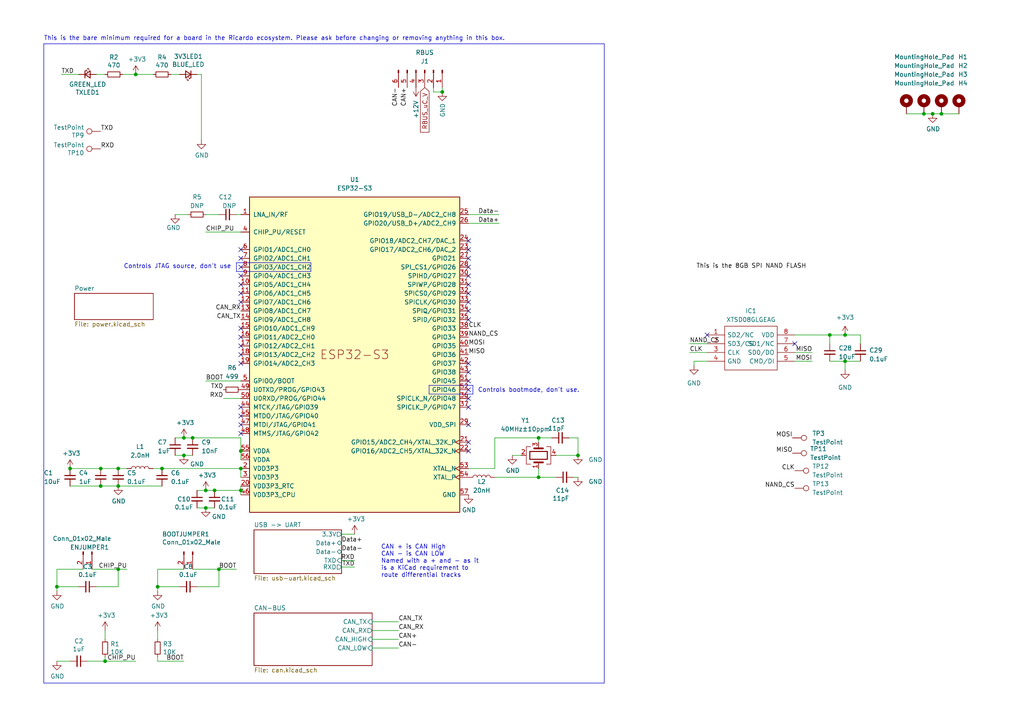
<source format=kicad_sch>
(kicad_sch (version 20230121) (generator eeschema)

  (uuid 7db990e4-92e1-4f99-b4d2-435bbec1ba83)

  (paper "A4")

  (lib_symbols
    (symbol "Connector:Conn_01x02_Male" (pin_names (offset 1.016) hide) (in_bom yes) (on_board yes)
      (property "Reference" "J" (at 0 2.54 0)
        (effects (font (size 1.27 1.27)))
      )
      (property "Value" "Conn_01x02_Male" (at 0 -5.08 0)
        (effects (font (size 1.27 1.27)))
      )
      (property "Footprint" "" (at 0 0 0)
        (effects (font (size 1.27 1.27)) hide)
      )
      (property "Datasheet" "~" (at 0 0 0)
        (effects (font (size 1.27 1.27)) hide)
      )
      (property "ki_keywords" "connector" (at 0 0 0)
        (effects (font (size 1.27 1.27)) hide)
      )
      (property "ki_description" "Generic connector, single row, 01x02, script generated (kicad-library-utils/schlib/autogen/connector/)" (at 0 0 0)
        (effects (font (size 1.27 1.27)) hide)
      )
      (property "ki_fp_filters" "Connector*:*_1x??_*" (at 0 0 0)
        (effects (font (size 1.27 1.27)) hide)
      )
      (symbol "Conn_01x02_Male_1_1"
        (polyline
          (pts
            (xy 1.27 -2.54)
            (xy 0.8636 -2.54)
          )
          (stroke (width 0.1524) (type default))
          (fill (type none))
        )
        (polyline
          (pts
            (xy 1.27 0)
            (xy 0.8636 0)
          )
          (stroke (width 0.1524) (type default))
          (fill (type none))
        )
        (rectangle (start 0.8636 -2.413) (end 0 -2.667)
          (stroke (width 0.1524) (type default))
          (fill (type outline))
        )
        (rectangle (start 0.8636 0.127) (end 0 -0.127)
          (stroke (width 0.1524) (type default))
          (fill (type outline))
        )
        (pin passive line (at 5.08 0 180) (length 3.81)
          (name "Pin_1" (effects (font (size 1.27 1.27))))
          (number "1" (effects (font (size 1.27 1.27))))
        )
        (pin passive line (at 5.08 -2.54 180) (length 3.81)
          (name "Pin_2" (effects (font (size 1.27 1.27))))
          (number "2" (effects (font (size 1.27 1.27))))
        )
      )
    )
    (symbol "Connector:Conn_01x06_Male" (pin_names (offset 1.016) hide) (in_bom yes) (on_board yes)
      (property "Reference" "J" (at 0 7.62 0)
        (effects (font (size 1.27 1.27)))
      )
      (property "Value" "Conn_01x06_Male" (at 0 -10.16 0)
        (effects (font (size 1.27 1.27)))
      )
      (property "Footprint" "" (at 0 0 0)
        (effects (font (size 1.27 1.27)) hide)
      )
      (property "Datasheet" "~" (at 0 0 0)
        (effects (font (size 1.27 1.27)) hide)
      )
      (property "ki_keywords" "connector" (at 0 0 0)
        (effects (font (size 1.27 1.27)) hide)
      )
      (property "ki_description" "Generic connector, single row, 01x06, script generated (kicad-library-utils/schlib/autogen/connector/)" (at 0 0 0)
        (effects (font (size 1.27 1.27)) hide)
      )
      (property "ki_fp_filters" "Connector*:*_1x??_*" (at 0 0 0)
        (effects (font (size 1.27 1.27)) hide)
      )
      (symbol "Conn_01x06_Male_1_1"
        (polyline
          (pts
            (xy 1.27 -7.62)
            (xy 0.8636 -7.62)
          )
          (stroke (width 0.1524) (type default))
          (fill (type none))
        )
        (polyline
          (pts
            (xy 1.27 -5.08)
            (xy 0.8636 -5.08)
          )
          (stroke (width 0.1524) (type default))
          (fill (type none))
        )
        (polyline
          (pts
            (xy 1.27 -2.54)
            (xy 0.8636 -2.54)
          )
          (stroke (width 0.1524) (type default))
          (fill (type none))
        )
        (polyline
          (pts
            (xy 1.27 0)
            (xy 0.8636 0)
          )
          (stroke (width 0.1524) (type default))
          (fill (type none))
        )
        (polyline
          (pts
            (xy 1.27 2.54)
            (xy 0.8636 2.54)
          )
          (stroke (width 0.1524) (type default))
          (fill (type none))
        )
        (polyline
          (pts
            (xy 1.27 5.08)
            (xy 0.8636 5.08)
          )
          (stroke (width 0.1524) (type default))
          (fill (type none))
        )
        (rectangle (start 0.8636 -7.493) (end 0 -7.747)
          (stroke (width 0.1524) (type default))
          (fill (type outline))
        )
        (rectangle (start 0.8636 -4.953) (end 0 -5.207)
          (stroke (width 0.1524) (type default))
          (fill (type outline))
        )
        (rectangle (start 0.8636 -2.413) (end 0 -2.667)
          (stroke (width 0.1524) (type default))
          (fill (type outline))
        )
        (rectangle (start 0.8636 0.127) (end 0 -0.127)
          (stroke (width 0.1524) (type default))
          (fill (type outline))
        )
        (rectangle (start 0.8636 2.667) (end 0 2.413)
          (stroke (width 0.1524) (type default))
          (fill (type outline))
        )
        (rectangle (start 0.8636 5.207) (end 0 4.953)
          (stroke (width 0.1524) (type default))
          (fill (type outline))
        )
        (pin passive line (at 5.08 5.08 180) (length 3.81)
          (name "Pin_1" (effects (font (size 1.27 1.27))))
          (number "1" (effects (font (size 1.27 1.27))))
        )
        (pin passive line (at 5.08 2.54 180) (length 3.81)
          (name "Pin_2" (effects (font (size 1.27 1.27))))
          (number "2" (effects (font (size 1.27 1.27))))
        )
        (pin passive line (at 5.08 0 180) (length 3.81)
          (name "Pin_3" (effects (font (size 1.27 1.27))))
          (number "3" (effects (font (size 1.27 1.27))))
        )
        (pin passive line (at 5.08 -2.54 180) (length 3.81)
          (name "Pin_4" (effects (font (size 1.27 1.27))))
          (number "4" (effects (font (size 1.27 1.27))))
        )
        (pin passive line (at 5.08 -5.08 180) (length 3.81)
          (name "Pin_5" (effects (font (size 1.27 1.27))))
          (number "5" (effects (font (size 1.27 1.27))))
        )
        (pin passive line (at 5.08 -7.62 180) (length 3.81)
          (name "Pin_6" (effects (font (size 1.27 1.27))))
          (number "6" (effects (font (size 1.27 1.27))))
        )
      )
    )
    (symbol "Connector:TestPoint" (pin_numbers hide) (pin_names (offset 0.762) hide) (in_bom yes) (on_board yes)
      (property "Reference" "TP" (at 0 6.858 0)
        (effects (font (size 1.27 1.27)))
      )
      (property "Value" "TestPoint" (at 0 5.08 0)
        (effects (font (size 1.27 1.27)))
      )
      (property "Footprint" "" (at 5.08 0 0)
        (effects (font (size 1.27 1.27)) hide)
      )
      (property "Datasheet" "~" (at 5.08 0 0)
        (effects (font (size 1.27 1.27)) hide)
      )
      (property "ki_keywords" "test point tp" (at 0 0 0)
        (effects (font (size 1.27 1.27)) hide)
      )
      (property "ki_description" "test point" (at 0 0 0)
        (effects (font (size 1.27 1.27)) hide)
      )
      (property "ki_fp_filters" "Pin* Test*" (at 0 0 0)
        (effects (font (size 1.27 1.27)) hide)
      )
      (symbol "TestPoint_0_1"
        (circle (center 0 3.302) (radius 0.762)
          (stroke (width 0) (type default))
          (fill (type none))
        )
      )
      (symbol "TestPoint_1_1"
        (pin passive line (at 0 0 90) (length 2.54)
          (name "1" (effects (font (size 1.27 1.27))))
          (number "1" (effects (font (size 1.27 1.27))))
        )
      )
    )
    (symbol "Device:C_Small" (pin_numbers hide) (pin_names (offset 0.254) hide) (in_bom yes) (on_board yes)
      (property "Reference" "C" (at 0.254 1.778 0)
        (effects (font (size 1.27 1.27)) (justify left))
      )
      (property "Value" "C_Small" (at 0.254 -2.032 0)
        (effects (font (size 1.27 1.27)) (justify left))
      )
      (property "Footprint" "" (at 0 0 0)
        (effects (font (size 1.27 1.27)) hide)
      )
      (property "Datasheet" "~" (at 0 0 0)
        (effects (font (size 1.27 1.27)) hide)
      )
      (property "ki_keywords" "capacitor cap" (at 0 0 0)
        (effects (font (size 1.27 1.27)) hide)
      )
      (property "ki_description" "Unpolarized capacitor, small symbol" (at 0 0 0)
        (effects (font (size 1.27 1.27)) hide)
      )
      (property "ki_fp_filters" "C_*" (at 0 0 0)
        (effects (font (size 1.27 1.27)) hide)
      )
      (symbol "C_Small_0_1"
        (polyline
          (pts
            (xy -1.524 -0.508)
            (xy 1.524 -0.508)
          )
          (stroke (width 0.3302) (type default))
          (fill (type none))
        )
        (polyline
          (pts
            (xy -1.524 0.508)
            (xy 1.524 0.508)
          )
          (stroke (width 0.3048) (type default))
          (fill (type none))
        )
      )
      (symbol "C_Small_1_1"
        (pin passive line (at 0 2.54 270) (length 2.032)
          (name "~" (effects (font (size 1.27 1.27))))
          (number "1" (effects (font (size 1.27 1.27))))
        )
        (pin passive line (at 0 -2.54 90) (length 2.032)
          (name "~" (effects (font (size 1.27 1.27))))
          (number "2" (effects (font (size 1.27 1.27))))
        )
      )
    )
    (symbol "Device:Crystal_GND24" (pin_names (offset 1.016) hide) (in_bom yes) (on_board yes)
      (property "Reference" "Y" (at 3.175 5.08 0)
        (effects (font (size 1.27 1.27)) (justify left))
      )
      (property "Value" "Crystal_GND24" (at 3.175 3.175 0)
        (effects (font (size 1.27 1.27)) (justify left))
      )
      (property "Footprint" "" (at 0 0 0)
        (effects (font (size 1.27 1.27)) hide)
      )
      (property "Datasheet" "~" (at 0 0 0)
        (effects (font (size 1.27 1.27)) hide)
      )
      (property "ki_keywords" "quartz ceramic resonator oscillator" (at 0 0 0)
        (effects (font (size 1.27 1.27)) hide)
      )
      (property "ki_description" "Four pin crystal, GND on pins 2 and 4" (at 0 0 0)
        (effects (font (size 1.27 1.27)) hide)
      )
      (property "ki_fp_filters" "Crystal*" (at 0 0 0)
        (effects (font (size 1.27 1.27)) hide)
      )
      (symbol "Crystal_GND24_0_1"
        (rectangle (start -1.143 2.54) (end 1.143 -2.54)
          (stroke (width 0.3048) (type default))
          (fill (type none))
        )
        (polyline
          (pts
            (xy -2.54 0)
            (xy -2.032 0)
          )
          (stroke (width 0) (type default))
          (fill (type none))
        )
        (polyline
          (pts
            (xy -2.032 -1.27)
            (xy -2.032 1.27)
          )
          (stroke (width 0.508) (type default))
          (fill (type none))
        )
        (polyline
          (pts
            (xy 0 -3.81)
            (xy 0 -3.556)
          )
          (stroke (width 0) (type default))
          (fill (type none))
        )
        (polyline
          (pts
            (xy 0 3.556)
            (xy 0 3.81)
          )
          (stroke (width 0) (type default))
          (fill (type none))
        )
        (polyline
          (pts
            (xy 2.032 -1.27)
            (xy 2.032 1.27)
          )
          (stroke (width 0.508) (type default))
          (fill (type none))
        )
        (polyline
          (pts
            (xy 2.032 0)
            (xy 2.54 0)
          )
          (stroke (width 0) (type default))
          (fill (type none))
        )
        (polyline
          (pts
            (xy -2.54 -2.286)
            (xy -2.54 -3.556)
            (xy 2.54 -3.556)
            (xy 2.54 -2.286)
          )
          (stroke (width 0) (type default))
          (fill (type none))
        )
        (polyline
          (pts
            (xy -2.54 2.286)
            (xy -2.54 3.556)
            (xy 2.54 3.556)
            (xy 2.54 2.286)
          )
          (stroke (width 0) (type default))
          (fill (type none))
        )
      )
      (symbol "Crystal_GND24_1_1"
        (pin passive line (at -3.81 0 0) (length 1.27)
          (name "1" (effects (font (size 1.27 1.27))))
          (number "1" (effects (font (size 1.27 1.27))))
        )
        (pin passive line (at 0 5.08 270) (length 1.27)
          (name "2" (effects (font (size 1.27 1.27))))
          (number "2" (effects (font (size 1.27 1.27))))
        )
        (pin passive line (at 3.81 0 180) (length 1.27)
          (name "3" (effects (font (size 1.27 1.27))))
          (number "3" (effects (font (size 1.27 1.27))))
        )
        (pin passive line (at 0 -5.08 90) (length 1.27)
          (name "4" (effects (font (size 1.27 1.27))))
          (number "4" (effects (font (size 1.27 1.27))))
        )
      )
    )
    (symbol "Device:L" (pin_numbers hide) (pin_names (offset 1.016) hide) (in_bom yes) (on_board yes)
      (property "Reference" "L" (at -1.27 0 90)
        (effects (font (size 1.27 1.27)))
      )
      (property "Value" "L" (at 1.905 0 90)
        (effects (font (size 1.27 1.27)))
      )
      (property "Footprint" "" (at 0 0 0)
        (effects (font (size 1.27 1.27)) hide)
      )
      (property "Datasheet" "~" (at 0 0 0)
        (effects (font (size 1.27 1.27)) hide)
      )
      (property "ki_keywords" "inductor choke coil reactor magnetic" (at 0 0 0)
        (effects (font (size 1.27 1.27)) hide)
      )
      (property "ki_description" "Inductor" (at 0 0 0)
        (effects (font (size 1.27 1.27)) hide)
      )
      (property "ki_fp_filters" "Choke_* *Coil* Inductor_* L_*" (at 0 0 0)
        (effects (font (size 1.27 1.27)) hide)
      )
      (symbol "L_0_1"
        (arc (start 0 -2.54) (mid 0.6323 -1.905) (end 0 -1.27)
          (stroke (width 0) (type default))
          (fill (type none))
        )
        (arc (start 0 -1.27) (mid 0.6323 -0.635) (end 0 0)
          (stroke (width 0) (type default))
          (fill (type none))
        )
        (arc (start 0 0) (mid 0.6323 0.635) (end 0 1.27)
          (stroke (width 0) (type default))
          (fill (type none))
        )
        (arc (start 0 1.27) (mid 0.6323 1.905) (end 0 2.54)
          (stroke (width 0) (type default))
          (fill (type none))
        )
      )
      (symbol "L_1_1"
        (pin passive line (at 0 3.81 270) (length 1.27)
          (name "1" (effects (font (size 1.27 1.27))))
          (number "1" (effects (font (size 1.27 1.27))))
        )
        (pin passive line (at 0 -3.81 90) (length 1.27)
          (name "2" (effects (font (size 1.27 1.27))))
          (number "2" (effects (font (size 1.27 1.27))))
        )
      )
    )
    (symbol "Device:LED_Small" (pin_numbers hide) (pin_names (offset 0.254) hide) (in_bom yes) (on_board yes)
      (property "Reference" "D" (at -1.27 3.175 0)
        (effects (font (size 1.27 1.27)) (justify left))
      )
      (property "Value" "LED_Small" (at -4.445 -2.54 0)
        (effects (font (size 1.27 1.27)) (justify left))
      )
      (property "Footprint" "" (at 0 0 90)
        (effects (font (size 1.27 1.27)) hide)
      )
      (property "Datasheet" "~" (at 0 0 90)
        (effects (font (size 1.27 1.27)) hide)
      )
      (property "ki_keywords" "LED diode light-emitting-diode" (at 0 0 0)
        (effects (font (size 1.27 1.27)) hide)
      )
      (property "ki_description" "Light emitting diode, small symbol" (at 0 0 0)
        (effects (font (size 1.27 1.27)) hide)
      )
      (property "ki_fp_filters" "LED* LED_SMD:* LED_THT:*" (at 0 0 0)
        (effects (font (size 1.27 1.27)) hide)
      )
      (symbol "LED_Small_0_1"
        (polyline
          (pts
            (xy -0.762 -1.016)
            (xy -0.762 1.016)
          )
          (stroke (width 0.254) (type default))
          (fill (type none))
        )
        (polyline
          (pts
            (xy 1.016 0)
            (xy -0.762 0)
          )
          (stroke (width 0) (type default))
          (fill (type none))
        )
        (polyline
          (pts
            (xy 0.762 -1.016)
            (xy -0.762 0)
            (xy 0.762 1.016)
            (xy 0.762 -1.016)
          )
          (stroke (width 0.254) (type default))
          (fill (type none))
        )
        (polyline
          (pts
            (xy 0 0.762)
            (xy -0.508 1.27)
            (xy -0.254 1.27)
            (xy -0.508 1.27)
            (xy -0.508 1.016)
          )
          (stroke (width 0) (type default))
          (fill (type none))
        )
        (polyline
          (pts
            (xy 0.508 1.27)
            (xy 0 1.778)
            (xy 0.254 1.778)
            (xy 0 1.778)
            (xy 0 1.524)
          )
          (stroke (width 0) (type default))
          (fill (type none))
        )
      )
      (symbol "LED_Small_1_1"
        (pin passive line (at -2.54 0 0) (length 1.778)
          (name "K" (effects (font (size 1.27 1.27))))
          (number "1" (effects (font (size 1.27 1.27))))
        )
        (pin passive line (at 2.54 0 180) (length 1.778)
          (name "A" (effects (font (size 1.27 1.27))))
          (number "2" (effects (font (size 1.27 1.27))))
        )
      )
    )
    (symbol "Device:R_Small" (pin_numbers hide) (pin_names (offset 0.254) hide) (in_bom yes) (on_board yes)
      (property "Reference" "R" (at 0.762 0.508 0)
        (effects (font (size 1.27 1.27)) (justify left))
      )
      (property "Value" "R_Small" (at 0.762 -1.016 0)
        (effects (font (size 1.27 1.27)) (justify left))
      )
      (property "Footprint" "" (at 0 0 0)
        (effects (font (size 1.27 1.27)) hide)
      )
      (property "Datasheet" "~" (at 0 0 0)
        (effects (font (size 1.27 1.27)) hide)
      )
      (property "ki_keywords" "R resistor" (at 0 0 0)
        (effects (font (size 1.27 1.27)) hide)
      )
      (property "ki_description" "Resistor, small symbol" (at 0 0 0)
        (effects (font (size 1.27 1.27)) hide)
      )
      (property "ki_fp_filters" "R_*" (at 0 0 0)
        (effects (font (size 1.27 1.27)) hide)
      )
      (symbol "R_Small_0_1"
        (rectangle (start -0.762 1.778) (end 0.762 -1.778)
          (stroke (width 0.2032) (type default))
          (fill (type none))
        )
      )
      (symbol "R_Small_1_1"
        (pin passive line (at 0 2.54 270) (length 0.762)
          (name "~" (effects (font (size 1.27 1.27))))
          (number "1" (effects (font (size 1.27 1.27))))
        )
        (pin passive line (at 0 -2.54 90) (length 0.762)
          (name "~" (effects (font (size 1.27 1.27))))
          (number "2" (effects (font (size 1.27 1.27))))
        )
      )
    )
    (symbol "Espressif:ESP32-S3" (pin_names (offset 1.016)) (in_bom yes) (on_board yes)
      (property "Reference" "U" (at 0 48.26 0)
        (effects (font (size 1.27 1.27)))
      )
      (property "Value" "ESP32-S3" (at 0 -48.26 0)
        (effects (font (size 1.27 1.27)))
      )
      (property "Footprint" "Package_DFN_QFN:QFN-56-1EP_7x7mm_P0.4mm_EP5.6x5.6mm" (at 0 -50.8 0)
        (effects (font (size 1.27 1.27)) hide)
      )
      (property "Datasheet" "https://www.espressif.com/sites/default/files/documentation/esp32-s3_datasheet_en.pdf" (at 0 -53.34 0)
        (effects (font (size 1.27 1.27)) hide)
      )
      (property "ki_description" "ESP32-S3 is a low-power MCU-based system-on-chip (SoC) that supports 2.4 GHz Wi-Fi and Bluetooth® Low Energy (Bluetooth LE). It consists of high-performance dual-core microprocessor (Xtensa® 32-bit LX7), a low power coprocessor, a Wi-Fi baseband, a Bluetooth LE baseband, RF module, and peripherals." (at 0 0 0)
        (effects (font (size 1.27 1.27)) hide)
      )
      (symbol "ESP32-S3_0_0"
        (text "ESP32-S3" (at 0 0 0)
          (effects (font (size 2.54 2.54)))
        )
        (pin bidirectional line (at 33.02 -12.7 180) (length 2.54)
          (name "SPICLK_N/GPIO48" (effects (font (size 1.27 1.27))))
          (number "36" (effects (font (size 1.27 1.27))))
        )
        (pin bidirectional line (at 33.02 -15.24 180) (length 2.54)
          (name "SPICLK_P/GPIO47" (effects (font (size 1.27 1.27))))
          (number "37" (effects (font (size 1.27 1.27))))
        )
      )
      (symbol "ESP32-S3_0_1"
        (rectangle (start -30.48 45.72) (end 30.48 -45.72)
          (stroke (width 0.254) (type default))
          (fill (type background))
        )
      )
      (symbol "ESP32-S3_1_1"
        (pin bidirectional line (at -33.02 40.64 0) (length 2.54)
          (name "LNA_IN/RF" (effects (font (size 1.27 1.27))))
          (number "1" (effects (font (size 1.27 1.27))))
        )
        (pin bidirectional line (at -33.02 20.32 0) (length 2.54)
          (name "GPIO5/ADC1_CH4" (effects (font (size 1.27 1.27))))
          (number "10" (effects (font (size 1.27 1.27))))
        )
        (pin bidirectional line (at -33.02 17.78 0) (length 2.54)
          (name "GPIO6/ADC1_CH5" (effects (font (size 1.27 1.27))))
          (number "11" (effects (font (size 1.27 1.27))))
        )
        (pin bidirectional line (at -33.02 15.24 0) (length 2.54)
          (name "GPIO7/ADC1_CH6" (effects (font (size 1.27 1.27))))
          (number "12" (effects (font (size 1.27 1.27))))
        )
        (pin bidirectional line (at -33.02 12.7 0) (length 2.54)
          (name "GPIO8/ADC1_CH7" (effects (font (size 1.27 1.27))))
          (number "13" (effects (font (size 1.27 1.27))))
        )
        (pin bidirectional line (at -33.02 10.16 0) (length 2.54)
          (name "GPIO9/ADC1_CH8" (effects (font (size 1.27 1.27))))
          (number "14" (effects (font (size 1.27 1.27))))
        )
        (pin bidirectional line (at -33.02 7.62 0) (length 2.54)
          (name "GPIO10/ADC1_CH9" (effects (font (size 1.27 1.27))))
          (number "15" (effects (font (size 1.27 1.27))))
        )
        (pin bidirectional line (at -33.02 5.08 0) (length 2.54)
          (name "GPIO11/ADC2_CH0" (effects (font (size 1.27 1.27))))
          (number "16" (effects (font (size 1.27 1.27))))
        )
        (pin bidirectional line (at -33.02 2.54 0) (length 2.54)
          (name "GPIO12/ADC2_CH1" (effects (font (size 1.27 1.27))))
          (number "17" (effects (font (size 1.27 1.27))))
        )
        (pin bidirectional line (at -33.02 0 0) (length 2.54)
          (name "GPIO13/ADC2_CH2" (effects (font (size 1.27 1.27))))
          (number "18" (effects (font (size 1.27 1.27))))
        )
        (pin bidirectional line (at -33.02 -2.54 0) (length 2.54)
          (name "GPIO14/ADC2_CH3" (effects (font (size 1.27 1.27))))
          (number "19" (effects (font (size 1.27 1.27))))
        )
        (pin power_in line (at -33.02 -33.02 0) (length 2.54)
          (name "VDD3P3" (effects (font (size 1.27 1.27))))
          (number "2" (effects (font (size 1.27 1.27))))
        )
        (pin power_in line (at -33.02 -38.1 0) (length 2.54)
          (name "VDD3P3_RTC" (effects (font (size 1.27 1.27))))
          (number "20" (effects (font (size 1.27 1.27))))
        )
        (pin input clock (at 33.02 -25.4 180) (length 2.54)
          (name "GPIO15/ADC2_CH4/XTAL_32K_P" (effects (font (size 1.27 1.27))))
          (number "21" (effects (font (size 1.27 1.27))))
        )
        (pin output clock (at 33.02 -27.94 180) (length 2.54)
          (name "GPIO16/ADC2_CH5/XTAL_32K_N" (effects (font (size 1.27 1.27))))
          (number "22" (effects (font (size 1.27 1.27))))
        )
        (pin bidirectional line (at 33.02 30.48 180) (length 2.54)
          (name "GPIO17/ADC2_CH6/DAC_2" (effects (font (size 1.27 1.27))))
          (number "23" (effects (font (size 1.27 1.27))))
        )
        (pin bidirectional line (at 33.02 33.02 180) (length 2.54)
          (name "GPIO18/ADC2_CH7/DAC_1" (effects (font (size 1.27 1.27))))
          (number "24" (effects (font (size 1.27 1.27))))
        )
        (pin bidirectional line (at 33.02 40.64 180) (length 2.54)
          (name "GPIO19/USB_D-/ADC2_CH8" (effects (font (size 1.27 1.27))))
          (number "25" (effects (font (size 1.27 1.27))))
        )
        (pin bidirectional line (at 33.02 38.1 180) (length 2.54)
          (name "GPIO20/USB_D+/ADC2_CH9" (effects (font (size 1.27 1.27))))
          (number "26" (effects (font (size 1.27 1.27))))
        )
        (pin bidirectional line (at 33.02 27.94 180) (length 2.54)
          (name "GPIO21" (effects (font (size 1.27 1.27))))
          (number "27" (effects (font (size 1.27 1.27))))
        )
        (pin bidirectional line (at 33.02 25.4 180) (length 2.54)
          (name "SPI_CS1/GPIO26" (effects (font (size 1.27 1.27))))
          (number "28" (effects (font (size 1.27 1.27))))
        )
        (pin power_out line (at 33.02 -20.32 180) (length 2.54)
          (name "VDD_SPI" (effects (font (size 1.27 1.27))))
          (number "29" (effects (font (size 1.27 1.27))))
        )
        (pin power_in line (at -33.02 -35.56 0) (length 2.54)
          (name "VDD3P3" (effects (font (size 1.27 1.27))))
          (number "3" (effects (font (size 1.27 1.27))))
        )
        (pin bidirectional line (at 33.02 22.86 180) (length 2.54)
          (name "SPIHD/GPIO27" (effects (font (size 1.27 1.27))))
          (number "30" (effects (font (size 1.27 1.27))))
        )
        (pin bidirectional line (at 33.02 20.32 180) (length 2.54)
          (name "SPIWP/GPIO28" (effects (font (size 1.27 1.27))))
          (number "31" (effects (font (size 1.27 1.27))))
        )
        (pin bidirectional line (at 33.02 17.78 180) (length 2.54)
          (name "SPICS0/GPIO29" (effects (font (size 1.27 1.27))))
          (number "32" (effects (font (size 1.27 1.27))))
        )
        (pin bidirectional line (at 33.02 15.24 180) (length 2.54)
          (name "SPICLK/GPIO30" (effects (font (size 1.27 1.27))))
          (number "33" (effects (font (size 1.27 1.27))))
        )
        (pin bidirectional line (at 33.02 12.7 180) (length 2.54)
          (name "SPIQ/GPIO31" (effects (font (size 1.27 1.27))))
          (number "34" (effects (font (size 1.27 1.27))))
        )
        (pin bidirectional line (at 33.02 10.16 180) (length 2.54)
          (name "SPID/GPIO32" (effects (font (size 1.27 1.27))))
          (number "35" (effects (font (size 1.27 1.27))))
        )
        (pin bidirectional line (at 33.02 7.62 180) (length 2.54)
          (name "GPIO33" (effects (font (size 1.27 1.27))))
          (number "38" (effects (font (size 1.27 1.27))))
        )
        (pin bidirectional line (at 33.02 5.08 180) (length 2.54)
          (name "GPIO34" (effects (font (size 1.27 1.27))))
          (number "39" (effects (font (size 1.27 1.27))))
        )
        (pin input line (at -33.02 35.56 0) (length 2.54)
          (name "CHIP_PU/RESET" (effects (font (size 1.27 1.27))))
          (number "4" (effects (font (size 1.27 1.27))))
        )
        (pin bidirectional line (at 33.02 2.54 180) (length 2.54)
          (name "GPIO35" (effects (font (size 1.27 1.27))))
          (number "40" (effects (font (size 1.27 1.27))))
        )
        (pin bidirectional line (at 33.02 0 180) (length 2.54)
          (name "GPIO36" (effects (font (size 1.27 1.27))))
          (number "41" (effects (font (size 1.27 1.27))))
        )
        (pin bidirectional line (at 33.02 -2.54 180) (length 2.54)
          (name "GPIO37" (effects (font (size 1.27 1.27))))
          (number "42" (effects (font (size 1.27 1.27))))
        )
        (pin bidirectional line (at 33.02 -5.08 180) (length 2.54)
          (name "GPIO38" (effects (font (size 1.27 1.27))))
          (number "43" (effects (font (size 1.27 1.27))))
        )
        (pin bidirectional line (at -33.02 -15.24 0) (length 2.54)
          (name "MTCK/JTAG/GPIO39" (effects (font (size 1.27 1.27))))
          (number "44" (effects (font (size 1.27 1.27))))
        )
        (pin bidirectional line (at -33.02 -17.78 0) (length 2.54)
          (name "MTDO/JTAG/GPIO40" (effects (font (size 1.27 1.27))))
          (number "45" (effects (font (size 1.27 1.27))))
        )
        (pin power_in line (at -33.02 -40.64 0) (length 2.54)
          (name "VDD3P3_CPU" (effects (font (size 1.27 1.27))))
          (number "46" (effects (font (size 1.27 1.27))))
        )
        (pin bidirectional line (at -33.02 -20.32 0) (length 2.54)
          (name "MTDI/JTAG/GPIO41" (effects (font (size 1.27 1.27))))
          (number "47" (effects (font (size 1.27 1.27))))
        )
        (pin bidirectional line (at -33.02 -22.86 0) (length 2.54)
          (name "MTMS/JTAG/GPIO42" (effects (font (size 1.27 1.27))))
          (number "48" (effects (font (size 1.27 1.27))))
        )
        (pin bidirectional line (at -33.02 -10.16 0) (length 2.54)
          (name "U0TXD/PROG/GPIO43" (effects (font (size 1.27 1.27))))
          (number "49" (effects (font (size 1.27 1.27))))
        )
        (pin bidirectional line (at -33.02 -7.62 0) (length 2.54)
          (name "GPIO0/BOOT" (effects (font (size 1.27 1.27))))
          (number "5" (effects (font (size 1.27 1.27))))
        )
        (pin bidirectional line (at -33.02 -12.7 0) (length 2.54)
          (name "U0RXD/PROG/GPIO44" (effects (font (size 1.27 1.27))))
          (number "50" (effects (font (size 1.27 1.27))))
        )
        (pin bidirectional line (at 33.02 -7.62 180) (length 2.54)
          (name "GPIO45" (effects (font (size 1.27 1.27))))
          (number "51" (effects (font (size 1.27 1.27))))
        )
        (pin bidirectional line (at 33.02 -10.16 180) (length 2.54)
          (name "GPIO46" (effects (font (size 1.27 1.27))))
          (number "52" (effects (font (size 1.27 1.27))))
        )
        (pin input clock (at 33.02 -33.02 180) (length 2.54)
          (name "XTAL_N" (effects (font (size 1.27 1.27))))
          (number "53" (effects (font (size 1.27 1.27))))
        )
        (pin output clock (at 33.02 -35.56 180) (length 2.54)
          (name "XTAL_P" (effects (font (size 1.27 1.27))))
          (number "54" (effects (font (size 1.27 1.27))))
        )
        (pin power_in line (at -33.02 -27.94 0) (length 2.54)
          (name "VDDA" (effects (font (size 1.27 1.27))))
          (number "55" (effects (font (size 1.27 1.27))))
        )
        (pin power_in line (at -33.02 -30.48 0) (length 2.54)
          (name "VDDA" (effects (font (size 1.27 1.27))))
          (number "56" (effects (font (size 1.27 1.27))))
        )
        (pin power_in line (at 33.02 -40.64 180) (length 2.54)
          (name "GND" (effects (font (size 1.27 1.27))))
          (number "57" (effects (font (size 1.27 1.27))))
        )
        (pin bidirectional line (at -33.02 30.48 0) (length 2.54)
          (name "GPIO1/ADC1_CH0" (effects (font (size 1.27 1.27))))
          (number "6" (effects (font (size 1.27 1.27))))
        )
        (pin bidirectional line (at -33.02 27.94 0) (length 2.54)
          (name "GPIO2/ADC1_CH1" (effects (font (size 1.27 1.27))))
          (number "7" (effects (font (size 1.27 1.27))))
        )
        (pin bidirectional line (at -33.02 25.4 0) (length 2.54)
          (name "GPIO3/ADC1_CH2" (effects (font (size 1.27 1.27))))
          (number "8" (effects (font (size 1.27 1.27))))
        )
        (pin bidirectional line (at -33.02 22.86 0) (length 2.54)
          (name "GPIO4/ADC1_CH3" (effects (font (size 1.27 1.27))))
          (number "9" (effects (font (size 1.27 1.27))))
        )
      )
    )
    (symbol "GND_1" (power) (pin_names (offset 0)) (in_bom yes) (on_board yes)
      (property "Reference" "#PWR" (at 0 -6.35 0)
        (effects (font (size 1.27 1.27)) hide)
      )
      (property "Value" "GND_1" (at 0 -3.81 0)
        (effects (font (size 1.27 1.27)))
      )
      (property "Footprint" "" (at 0 0 0)
        (effects (font (size 1.27 1.27)) hide)
      )
      (property "Datasheet" "" (at 0 0 0)
        (effects (font (size 1.27 1.27)) hide)
      )
      (property "ki_keywords" "global power" (at 0 0 0)
        (effects (font (size 1.27 1.27)) hide)
      )
      (property "ki_description" "Power symbol creates a global label with name \"GND\" , ground" (at 0 0 0)
        (effects (font (size 1.27 1.27)) hide)
      )
      (symbol "GND_1_0_1"
        (polyline
          (pts
            (xy 0 0)
            (xy 0 -1.27)
            (xy 1.27 -1.27)
            (xy 0 -2.54)
            (xy -1.27 -1.27)
            (xy 0 -1.27)
          )
          (stroke (width 0) (type default))
          (fill (type none))
        )
      )
      (symbol "GND_1_1_1"
        (pin power_in line (at 0 0 270) (length 0) hide
          (name "GND" (effects (font (size 1.27 1.27))))
          (number "1" (effects (font (size 1.27 1.27))))
        )
      )
    )
    (symbol "Mechanical:MountingHole_Pad" (pin_numbers hide) (pin_names (offset 1.016) hide) (in_bom yes) (on_board yes)
      (property "Reference" "H" (at 0 6.35 0)
        (effects (font (size 1.27 1.27)))
      )
      (property "Value" "MountingHole_Pad" (at 0 4.445 0)
        (effects (font (size 1.27 1.27)))
      )
      (property "Footprint" "" (at 0 0 0)
        (effects (font (size 1.27 1.27)) hide)
      )
      (property "Datasheet" "~" (at 0 0 0)
        (effects (font (size 1.27 1.27)) hide)
      )
      (property "ki_keywords" "mounting hole" (at 0 0 0)
        (effects (font (size 1.27 1.27)) hide)
      )
      (property "ki_description" "Mounting Hole with connection" (at 0 0 0)
        (effects (font (size 1.27 1.27)) hide)
      )
      (property "ki_fp_filters" "MountingHole*Pad*" (at 0 0 0)
        (effects (font (size 1.27 1.27)) hide)
      )
      (symbol "MountingHole_Pad_0_1"
        (circle (center 0 1.27) (radius 1.27)
          (stroke (width 1.27) (type default))
          (fill (type none))
        )
      )
      (symbol "MountingHole_Pad_1_1"
        (pin input line (at 0 -2.54 90) (length 2.54)
          (name "1" (effects (font (size 1.27 1.27))))
          (number "1" (effects (font (size 1.27 1.27))))
        )
      )
    )
    (symbol "chest:XTSD08GLGEAG" (pin_names (offset 0.762)) (in_bom yes) (on_board yes)
      (property "Reference" "IC" (at 21.59 7.62 0)
        (effects (font (size 1.27 1.27)) (justify left))
      )
      (property "Value" "XTSD08GLGEAG" (at 21.59 5.08 0)
        (effects (font (size 1.27 1.27)) (justify left))
      )
      (property "Footprint" "SON127P800X600X95-8N" (at 21.59 2.54 0)
        (effects (font (size 1.27 1.27)) (justify left) hide)
      )
      (property "Datasheet" "https://datasheet.lcsc.com/szlcsc/2005251034_XTX-XTSD08GLGEAG_C558840.pdf" (at 21.59 0 0)
        (effects (font (size 1.27 1.27)) (justify left) hide)
      )
      (property "Description" "XTSD01G/XTSD02G/XTSD04G/XTSD08G SD NAND LGA8" (at 21.59 -2.54 0)
        (effects (font (size 1.27 1.27)) (justify left) hide)
      )
      (property "Height" "0.95" (at 21.59 -5.08 0)
        (effects (font (size 1.27 1.27)) (justify left) hide)
      )
      (property "Manufacturer_Name" "XTX" (at 21.59 -7.62 0)
        (effects (font (size 1.27 1.27)) (justify left) hide)
      )
      (property "Manufacturer_Part_Number" "XTSD08GLGEAG" (at 21.59 -10.16 0)
        (effects (font (size 1.27 1.27)) (justify left) hide)
      )
      (property "Mouser Part Number" "" (at 21.59 -12.7 0)
        (effects (font (size 1.27 1.27)) (justify left) hide)
      )
      (property "Mouser Price/Stock" "" (at 21.59 -15.24 0)
        (effects (font (size 1.27 1.27)) (justify left) hide)
      )
      (property "Arrow Part Number" "" (at 21.59 -17.78 0)
        (effects (font (size 1.27 1.27)) (justify left) hide)
      )
      (property "Arrow Price/Stock" "" (at 21.59 -20.32 0)
        (effects (font (size 1.27 1.27)) (justify left) hide)
      )
      (property "ki_description" "XTSD01G/XTSD02G/XTSD04G/XTSD08G SD NAND LGA8" (at 0 0 0)
        (effects (font (size 1.27 1.27)) hide)
      )
      (symbol "XTSD08GLGEAG_0_0"
        (pin bidirectional line (at 0 0 0) (length 5.08)
          (name "SD2/NC" (effects (font (size 1.27 1.27))))
          (number "1" (effects (font (size 1.27 1.27))))
        )
        (pin bidirectional line (at 0 -2.54 0) (length 5.08)
          (name "SD3/CS" (effects (font (size 1.27 1.27))))
          (number "2" (effects (font (size 1.27 1.27))))
        )
        (pin input line (at 0 -5.08 0) (length 5.08)
          (name "CLK" (effects (font (size 1.27 1.27))))
          (number "3" (effects (font (size 1.27 1.27))))
        )
        (pin power_out line (at 0 -7.62 0) (length 5.08)
          (name "GND" (effects (font (size 1.27 1.27))))
          (number "4" (effects (font (size 1.27 1.27))))
        )
        (pin input line (at 25.4 -7.62 180) (length 5.08)
          (name "CMD/DI" (effects (font (size 1.27 1.27))))
          (number "5" (effects (font (size 1.27 1.27))))
        )
        (pin output line (at 25.4 -5.08 180) (length 5.08)
          (name "SD0/DO" (effects (font (size 1.27 1.27))))
          (number "6" (effects (font (size 1.27 1.27))))
        )
        (pin bidirectional line (at 25.4 -2.54 180) (length 5.08)
          (name "SD1/NC" (effects (font (size 1.27 1.27))))
          (number "7" (effects (font (size 1.27 1.27))))
        )
        (pin power_in line (at 25.4 0 180) (length 5.08)
          (name "VDD" (effects (font (size 1.27 1.27))))
          (number "8" (effects (font (size 1.27 1.27))))
        )
      )
      (symbol "XTSD08GLGEAG_0_1"
        (polyline
          (pts
            (xy 5.08 2.54)
            (xy 20.32 2.54)
            (xy 20.32 -10.16)
            (xy 5.08 -10.16)
            (xy 5.08 2.54)
          )
          (stroke (width 0.1524) (type default))
          (fill (type none))
        )
      )
    )
    (symbol "power:+12V" (power) (pin_names (offset 0)) (in_bom yes) (on_board yes)
      (property "Reference" "#PWR" (at 0 -3.81 0)
        (effects (font (size 1.27 1.27)) hide)
      )
      (property "Value" "+12V" (at 0 3.556 0)
        (effects (font (size 1.27 1.27)))
      )
      (property "Footprint" "" (at 0 0 0)
        (effects (font (size 1.27 1.27)) hide)
      )
      (property "Datasheet" "" (at 0 0 0)
        (effects (font (size 1.27 1.27)) hide)
      )
      (property "ki_keywords" "power-flag" (at 0 0 0)
        (effects (font (size 1.27 1.27)) hide)
      )
      (property "ki_description" "Power symbol creates a global label with name \"+12V\"" (at 0 0 0)
        (effects (font (size 1.27 1.27)) hide)
      )
      (symbol "+12V_0_1"
        (polyline
          (pts
            (xy -0.762 1.27)
            (xy 0 2.54)
          )
          (stroke (width 0) (type default))
          (fill (type none))
        )
        (polyline
          (pts
            (xy 0 0)
            (xy 0 2.54)
          )
          (stroke (width 0) (type default))
          (fill (type none))
        )
        (polyline
          (pts
            (xy 0 2.54)
            (xy 0.762 1.27)
          )
          (stroke (width 0) (type default))
          (fill (type none))
        )
      )
      (symbol "+12V_1_1"
        (pin power_in line (at 0 0 90) (length 0) hide
          (name "+12V" (effects (font (size 1.27 1.27))))
          (number "1" (effects (font (size 1.27 1.27))))
        )
      )
    )
    (symbol "power:+3.3V" (power) (pin_names (offset 0)) (in_bom yes) (on_board yes)
      (property "Reference" "#PWR" (at 0 -3.81 0)
        (effects (font (size 1.27 1.27)) hide)
      )
      (property "Value" "+3.3V" (at 0 3.556 0)
        (effects (font (size 1.27 1.27)))
      )
      (property "Footprint" "" (at 0 0 0)
        (effects (font (size 1.27 1.27)) hide)
      )
      (property "Datasheet" "" (at 0 0 0)
        (effects (font (size 1.27 1.27)) hide)
      )
      (property "ki_keywords" "power-flag" (at 0 0 0)
        (effects (font (size 1.27 1.27)) hide)
      )
      (property "ki_description" "Power symbol creates a global label with name \"+3.3V\"" (at 0 0 0)
        (effects (font (size 1.27 1.27)) hide)
      )
      (symbol "+3.3V_0_1"
        (polyline
          (pts
            (xy -0.762 1.27)
            (xy 0 2.54)
          )
          (stroke (width 0) (type default))
          (fill (type none))
        )
        (polyline
          (pts
            (xy 0 0)
            (xy 0 2.54)
          )
          (stroke (width 0) (type default))
          (fill (type none))
        )
        (polyline
          (pts
            (xy 0 2.54)
            (xy 0.762 1.27)
          )
          (stroke (width 0) (type default))
          (fill (type none))
        )
      )
      (symbol "+3.3V_1_1"
        (pin power_in line (at 0 0 90) (length 0) hide
          (name "+3V3" (effects (font (size 1.27 1.27))))
          (number "1" (effects (font (size 1.27 1.27))))
        )
      )
    )
    (symbol "power:GND" (power) (pin_names (offset 0)) (in_bom yes) (on_board yes)
      (property "Reference" "#PWR" (at 0 -6.35 0)
        (effects (font (size 1.27 1.27)) hide)
      )
      (property "Value" "GND" (at 0 -3.81 0)
        (effects (font (size 1.27 1.27)))
      )
      (property "Footprint" "" (at 0 0 0)
        (effects (font (size 1.27 1.27)) hide)
      )
      (property "Datasheet" "" (at 0 0 0)
        (effects (font (size 1.27 1.27)) hide)
      )
      (property "ki_keywords" "power-flag" (at 0 0 0)
        (effects (font (size 1.27 1.27)) hide)
      )
      (property "ki_description" "Power symbol creates a global label with name \"GND\" , ground" (at 0 0 0)
        (effects (font (size 1.27 1.27)) hide)
      )
      (symbol "GND_0_1"
        (polyline
          (pts
            (xy 0 0)
            (xy 0 -1.27)
            (xy 1.27 -1.27)
            (xy 0 -2.54)
            (xy -1.27 -1.27)
            (xy 0 -1.27)
          )
          (stroke (width 0) (type default))
          (fill (type none))
        )
      )
      (symbol "GND_1_1"
        (pin power_in line (at 0 0 270) (length 0) hide
          (name "GND" (effects (font (size 1.27 1.27))))
          (number "1" (effects (font (size 1.27 1.27))))
        )
      )
    )
  )

  (junction (at 39.37 21.59) (diameter 0) (color 0 0 0 0)
    (uuid 02f8904b-a7b2-49dd-b392-764e7e29fb51)
  )
  (junction (at 59.69 142.24) (diameter 0) (color 0 0 0 0)
    (uuid 0753a347-97d9-4cb7-b81c-f57d156ee03d)
  )
  (junction (at 53.34 127) (diameter 0) (color 0 0 0 0)
    (uuid 259169cf-23d2-4d34-acfa-b35367d25621)
  )
  (junction (at 30.48 191.77) (diameter 0) (color 0 0 0 0)
    (uuid 35c09d1f-2914-4d1e-a002-df30af772f3b)
  )
  (junction (at 69.85 142.24) (diameter 0) (color 0 0 0 0)
    (uuid 69bccc29-7896-4bd5-847c-4b30488bfdf7)
  )
  (junction (at 55.88 127) (diameter 0) (color 0 0 0 0)
    (uuid 7080b686-704b-4224-87e0-0a66227e69e7)
  )
  (junction (at 245.11 97.155) (diameter 0) (color 0 0 0 0)
    (uuid 7245dfdb-e397-4c9d-bcb3-ebf731ed0d5d)
  )
  (junction (at 63.5 165.1) (diameter 0) (color 0 0 0 0)
    (uuid 747f57e5-4698-4c6b-916d-232e6b1f645b)
  )
  (junction (at 59.69 147.32) (diameter 0) (color 0 0 0 0)
    (uuid 76b48920-113a-47db-a65d-49e9e75b755a)
  )
  (junction (at 62.23 142.24) (diameter 0) (color 0 0 0 0)
    (uuid 7847a7dc-83b6-40e8-ab83-35ec04184c6f)
  )
  (junction (at 34.29 135.89) (diameter 0) (color 0 0 0 0)
    (uuid 7a8ee3ce-88a3-49a2-aa53-ca000ddb33c8)
  )
  (junction (at 20.32 135.89) (diameter 0) (color 0 0 0 0)
    (uuid 88f17a64-5024-4f4b-8346-d8222bac5104)
  )
  (junction (at 45.72 170.18) (diameter 0) (color 0 0 0 0)
    (uuid 8ac400bf-c9b3-4af4-b0a7-9aa9ab4ad17e)
  )
  (junction (at 240.665 97.155) (diameter 0) (color 0 0 0 0)
    (uuid a2f9f162-f184-4982-981c-a54ecb4fa297)
  )
  (junction (at 29.21 135.89) (diameter 0) (color 0 0 0 0)
    (uuid a6a6b792-84b0-4f4e-9e9d-847e9a94203c)
  )
  (junction (at 34.29 140.97) (diameter 0) (color 0 0 0 0)
    (uuid abc917ce-119d-4f43-8ab3-fb5d20f74b7e)
  )
  (junction (at 156.21 127) (diameter 0) (color 0 0 0 0)
    (uuid ae65856b-4a40-4cab-a5ff-5a35c8850e02)
  )
  (junction (at 273.05 33.02) (diameter 0) (color 0 0 0 0)
    (uuid b32183f9-e002-4a64-a1c2-255269c79027)
  )
  (junction (at 53.34 132.08) (diameter 0) (color 0 0 0 0)
    (uuid b7428965-44ff-4d1f-990c-3d61005cbad1)
  )
  (junction (at 156.21 138.43) (diameter 0) (color 0 0 0 0)
    (uuid b749e26e-88fc-47bb-b418-a32130eee6ec)
  )
  (junction (at 69.85 130.81) (diameter 0) (color 0 0 0 0)
    (uuid b81264dd-7182-41f5-960f-39b78460c520)
  )
  (junction (at 245.11 104.775) (diameter 0) (color 0 0 0 0)
    (uuid c821ce1d-b431-4b69-945c-c9bdd9f08815)
  )
  (junction (at 29.21 140.97) (diameter 0) (color 0 0 0 0)
    (uuid c86aaef9-56ce-427d-b18b-c7a9b78c893f)
  )
  (junction (at 16.51 170.18) (diameter 0) (color 0 0 0 0)
    (uuid cb083d38-4f11-4a80-8b19-ab751c405e4a)
  )
  (junction (at 270.51 33.02) (diameter 0) (color 0 0 0 0)
    (uuid de1d8b49-3cd8-4ee5-8113-50d6db3ea930)
  )
  (junction (at 267.97 33.02) (diameter 0) (color 0 0 0 0)
    (uuid de3cc7ee-e860-4f56-b4cf-41e7448f2241)
  )
  (junction (at 167.64 132.08) (diameter 0) (color 0 0 0 0)
    (uuid e379247a-7c51-4094-9a8c-3b8a6d5322fb)
  )
  (junction (at 46.99 135.89) (diameter 0) (color 0 0 0 0)
    (uuid edb60ccc-5ad5-4417-9f0a-4281bdc6260b)
  )
  (junction (at 128.27 26.67) (diameter 0) (color 0 0 0 0)
    (uuid eea79eca-5259-4bf1-94e4-b068a2ad63a0)
  )
  (junction (at 34.29 165.1) (diameter 0) (color 0 0 0 0)
    (uuid f0852334-0410-4a06-99ff-da7ea21a1167)
  )
  (junction (at 69.85 135.89) (diameter 0) (color 0 0 0 0)
    (uuid f130ddb0-0916-407d-9728-6ff1a5a57806)
  )

  (no_connect (at 69.85 125.73) (uuid 071cfdaf-d950-4c8b-a189-69a5afe3e386))
  (no_connect (at 135.89 128.27) (uuid 17ebcf2b-0863-40c4-b829-ab2351301122))
  (no_connect (at 69.85 85.09) (uuid 22010718-1c1d-485e-b912-722787952001))
  (no_connect (at 69.85 105.41) (uuid 309341a7-3e6f-4459-972c-f56d8d2692e6))
  (no_connect (at 205.105 97.155) (uuid 368e77d3-462f-42a8-9a53-803b35315dad))
  (no_connect (at 135.89 72.39) (uuid 401601ca-da5f-4e3f-bda9-a2d89cf0f290))
  (no_connect (at 135.89 80.01) (uuid 4de060a3-6a0c-4890-9f47-3b9679b9e34f))
  (no_connect (at 135.89 87.63) (uuid 4fd7b4dc-693c-4ba1-acc0-c83420d7b3a4))
  (no_connect (at 69.85 97.79) (uuid 5291b093-640a-4a17-890d-4a5d54f73766))
  (no_connect (at 135.89 90.17) (uuid 568208b9-5ad3-4c71-b139-02f83ed709db))
  (no_connect (at 135.89 110.49) (uuid 58a14501-2c54-4df6-b56b-f300cfbfaccf))
  (no_connect (at 69.85 120.65) (uuid 598a9f8e-7d1e-4805-96f8-645efc468984))
  (no_connect (at 69.85 80.01) (uuid 5c46decd-853f-4305-ad09-26204ec73da0))
  (no_connect (at 230.505 99.695) (uuid 7075d6b6-161b-4733-8ff5-3cbc726fe325))
  (no_connect (at 69.85 82.55) (uuid 72ada08a-9e9c-45d8-8aa9-0de9a6a6f270))
  (no_connect (at 69.85 123.19) (uuid 74ee06df-2156-4133-932e-6941d9decc03))
  (no_connect (at 69.85 102.87) (uuid 76d77447-f4b4-4fa6-bbef-b20b41991aef))
  (no_connect (at 135.89 92.71) (uuid 7a91b15c-e536-4601-866a-5da69c23c221))
  (no_connect (at 69.85 77.47) (uuid 86749bc6-b935-4c25-9994-054cf825bf11))
  (no_connect (at 69.85 72.39) (uuid 894017bd-4d27-4c8d-8a8b-16b49ce63e0c))
  (no_connect (at 135.89 69.85) (uuid 8d880dd6-2d5e-4655-ad5d-32d5060a64f5))
  (no_connect (at 135.89 107.95) (uuid 95fe9e8d-c59a-4654-9797-39b340269e83))
  (no_connect (at 69.85 87.63) (uuid acc28325-3b97-431a-836f-a349da95945d))
  (no_connect (at 135.89 77.47) (uuid af17335f-5f99-496b-aa1f-ad2a24932ee9))
  (no_connect (at 135.89 118.11) (uuid af6c6233-de1c-4777-865e-242166c92972))
  (no_connect (at 135.89 113.03) (uuid ba0e2a32-0319-4e19-bc9d-127797da9405))
  (no_connect (at 69.85 95.25) (uuid be258984-aabd-4837-b499-f424acd9061f))
  (no_connect (at 69.85 74.93) (uuid c623ca63-c0ce-4bc4-9d65-e8f958a344bf))
  (no_connect (at 135.89 115.57) (uuid c64b505f-481d-4655-91ff-6ecf974df3c4))
  (no_connect (at 135.89 123.19) (uuid d53bdb65-9586-496e-89ff-e2edf8bb8d22))
  (no_connect (at 135.89 85.09) (uuid dc3c8a4f-c834-41a7-80db-c4fc25cb5d0c))
  (no_connect (at 135.89 130.81) (uuid dcb04baa-59c4-4c28-b3f4-2abfd4559a9c))
  (no_connect (at 135.89 74.93) (uuid e3a639f7-d4e7-45ff-b36e-ccc9aba6a96d))
  (no_connect (at 69.85 118.11) (uuid e606df5d-af94-4c53-9f66-f6cb2f325d11))
  (no_connect (at 69.85 100.33) (uuid e85a1076-5f39-4b5c-8bb9-3f3997ed5658))
  (no_connect (at 135.89 82.55) (uuid ed32853c-74eb-4a71-93e3-915ad125d498))
  (no_connect (at 135.89 105.41) (uuid eef14982-c693-4315-8f6d-0347abf0593c))

  (wire (pts (xy 200.025 102.235) (xy 205.105 102.235))
    (stroke (width 0) (type default))
    (uuid 0445ee4c-9c70-4ae7-b722-dcfe15f15bd5)
  )
  (wire (pts (xy 30.48 191.77) (xy 30.48 190.5))
    (stroke (width 0) (type default))
    (uuid 051b8cb0-ae77-4e09-98a7-bf2103319e66)
  )
  (wire (pts (xy 135.89 62.23) (xy 144.78 62.23))
    (stroke (width 0) (type default))
    (uuid 0596a4e1-f35f-4645-a1af-a46bcfa8e52f)
  )
  (wire (pts (xy 69.85 135.89) (xy 69.85 138.43))
    (stroke (width 0) (type default))
    (uuid 08037f72-1ad9-4bc9-95c3-6f637ed2bbf8)
  )
  (polyline (pts (xy 90.17 78.74) (xy 68.58 78.74))
    (stroke (width 0) (type default))
    (uuid 0c941d7e-dc66-4338-9268-c7a441f62b3b)
  )

  (wire (pts (xy 63.5 170.18) (xy 63.5 165.1))
    (stroke (width 0) (type default))
    (uuid 0cc9bf07-55b9-458f-b8aa-41b2f51fa940)
  )
  (polyline (pts (xy 68.58 76.2) (xy 68.58 78.74))
    (stroke (width 0) (type default))
    (uuid 0e807ccc-cc79-42a4-806d-495a604e9066)
  )

  (wire (pts (xy 201.295 104.775) (xy 205.105 104.775))
    (stroke (width 0) (type default))
    (uuid 1193e066-88ce-4bc2-882e-0f2a9c3d82c0)
  )
  (wire (pts (xy 16.51 191.77) (xy 20.32 191.77))
    (stroke (width 0) (type default))
    (uuid 14094ad2-b562-4efa-8c6f-51d7a3134345)
  )
  (wire (pts (xy 107.95 180.34) (xy 115.57 180.34))
    (stroke (width 0) (type default))
    (uuid 165f4d8d-26a9-4cf2-a8d6-9936cd983be4)
  )
  (wire (pts (xy 128.27 25.4) (xy 128.27 26.67))
    (stroke (width 0) (type default))
    (uuid 18b29a0a-bb5b-4893-b87d-10e1330ffefa)
  )
  (wire (pts (xy 160.02 127) (xy 156.21 127))
    (stroke (width 0) (type default))
    (uuid 1f11e357-9503-4aca-8109-c63c95c64295)
  )
  (wire (pts (xy 45.72 165.1) (xy 53.34 165.1))
    (stroke (width 0) (type default))
    (uuid 21492bcd-343a-4b2b-b55a-b4586c11bdeb)
  )
  (wire (pts (xy 125.73 26.67) (xy 128.27 26.67))
    (stroke (width 0) (type default))
    (uuid 21993a88-c712-4d8d-ae13-f0d32632c5c2)
  )
  (wire (pts (xy 230.505 102.235) (xy 235.585 102.235))
    (stroke (width 0) (type default))
    (uuid 23f7b8e7-b98a-49c2-9b13-370c3bfc906a)
  )
  (wire (pts (xy 240.665 99.695) (xy 240.665 97.155))
    (stroke (width 0) (type default))
    (uuid 24b62ef9-5765-43c4-bc9a-2dc14a166241)
  )
  (wire (pts (xy 58.42 21.59) (xy 57.15 21.59))
    (stroke (width 0) (type default))
    (uuid 2518d4ea-25cc-4e57-a0d6-8482034e7318)
  )
  (wire (pts (xy 29.21 135.89) (xy 34.29 135.89))
    (stroke (width 0) (type default))
    (uuid 281698c5-7895-43e7-9b24-4c1c20f939f7)
  )
  (wire (pts (xy 143.51 138.43) (xy 156.21 138.43))
    (stroke (width 0) (type default))
    (uuid 2bc36d38-3db9-45ef-a5ec-5af897552a06)
  )
  (wire (pts (xy 59.69 110.49) (xy 69.85 110.49))
    (stroke (width 0) (type default))
    (uuid 2def1fb1-e71c-4211-825c-c14bbb3a90c6)
  )
  (polyline (pts (xy 12.7 12.7) (xy 12.7 198.12))
    (stroke (width 0) (type default))
    (uuid 2e6e4da7-4138-4cfe-b625-b386e28a750a)
  )

  (wire (pts (xy 267.97 33.02) (xy 262.89 33.02))
    (stroke (width 0) (type default))
    (uuid 318cdbda-f2fe-4337-9b97-a693e6cb6f11)
  )
  (wire (pts (xy 16.51 170.18) (xy 16.51 171.45))
    (stroke (width 0) (type default))
    (uuid 347562f5-b152-4e7b-8a69-40ca6daaaad4)
  )
  (wire (pts (xy 57.15 170.18) (xy 63.5 170.18))
    (stroke (width 0) (type default))
    (uuid 363945f6-fbef-42be-99cf-4a8a48434d92)
  )
  (polyline (pts (xy 137.16 111.76) (xy 137.16 114.3))
    (stroke (width 0) (type default))
    (uuid 3772e487-5f01-48f8-9322-a22981779296)
  )

  (wire (pts (xy 68.58 165.1) (xy 63.5 165.1))
    (stroke (width 0) (type default))
    (uuid 386ad9e3-71fa-420f-8722-88548b024fc5)
  )
  (wire (pts (xy 245.11 97.155) (xy 249.555 97.155))
    (stroke (width 0) (type default))
    (uuid 3911765b-d4d9-43d3-907c-9940e5c65100)
  )
  (wire (pts (xy 68.58 62.23) (xy 69.85 62.23))
    (stroke (width 0) (type default))
    (uuid 3c250346-e57f-46d0-b7ce-f5a4aa1641f5)
  )
  (wire (pts (xy 27.94 21.59) (xy 30.48 21.59))
    (stroke (width 0) (type default))
    (uuid 3e3d55c8-e0ea-48fb-8421-a84b7cb7055b)
  )
  (wire (pts (xy 16.51 165.1) (xy 16.51 170.18))
    (stroke (width 0) (type default))
    (uuid 3efa2ece-8f3f-4a8c-96e9-6ab3ec6f1f70)
  )
  (wire (pts (xy 161.29 132.08) (xy 167.64 132.08))
    (stroke (width 0) (type default))
    (uuid 40834fc2-e639-4f18-8fd9-a3e732b16285)
  )
  (wire (pts (xy 30.48 182.88) (xy 30.48 185.42))
    (stroke (width 0) (type default))
    (uuid 422b10b9-e829-44a2-8808-05edd8cb3050)
  )
  (wire (pts (xy 57.15 147.32) (xy 59.69 147.32))
    (stroke (width 0) (type default))
    (uuid 43fd7235-fec6-4208-98cc-2f0d17b40706)
  )
  (polyline (pts (xy 68.58 76.2) (xy 90.17 76.2))
    (stroke (width 0) (type default))
    (uuid 4487a016-1e34-4dc6-9492-fc0fde8fd969)
  )

  (wire (pts (xy 34.29 135.89) (xy 36.83 135.89))
    (stroke (width 0) (type default))
    (uuid 45f89ba8-dd0d-4911-9b7b-7fef43bcc70a)
  )
  (wire (pts (xy 69.85 142.24) (xy 69.85 143.51))
    (stroke (width 0) (type default))
    (uuid 462bb750-8a8e-4305-abda-25d8890e7e6c)
  )
  (wire (pts (xy 245.11 107.315) (xy 245.11 104.775))
    (stroke (width 0) (type default))
    (uuid 4639c540-3dc5-4f7d-a46d-1026d84f916f)
  )
  (wire (pts (xy 62.23 142.24) (xy 69.85 142.24))
    (stroke (width 0) (type default))
    (uuid 4bd67bfa-0bbd-4c04-8070-9beceaabf983)
  )
  (wire (pts (xy 201.295 106.045) (xy 201.295 104.775))
    (stroke (width 0) (type default))
    (uuid 4d48af42-6193-4e87-a9df-3c8c8fcd2aad)
  )
  (wire (pts (xy 64.77 115.57) (xy 69.85 115.57))
    (stroke (width 0) (type default))
    (uuid 4d8454f9-d7d7-4344-88d7-9fe4d725535a)
  )
  (wire (pts (xy 53.34 132.08) (xy 55.88 132.08))
    (stroke (width 0) (type default))
    (uuid 4e227210-a139-42d9-8ed1-c4dfeeb75252)
  )
  (wire (pts (xy 143.51 135.89) (xy 143.51 127))
    (stroke (width 0) (type default))
    (uuid 4fb87693-cec8-4e17-91ff-d76edcb02f63)
  )
  (wire (pts (xy 200.025 99.695) (xy 205.105 99.695))
    (stroke (width 0) (type default))
    (uuid 505e488c-f546-4823-bb11-7ed7649a81b2)
  )
  (wire (pts (xy 240.665 97.155) (xy 245.11 97.155))
    (stroke (width 0) (type default))
    (uuid 5797d908-c51d-4747-82fc-dae0f6930369)
  )
  (wire (pts (xy 156.21 127) (xy 156.21 128.27))
    (stroke (width 0) (type default))
    (uuid 585f0bbf-2f27-4163-8e8e-b5c9bf3444e2)
  )
  (wire (pts (xy 34.29 165.1) (xy 36.83 165.1))
    (stroke (width 0) (type default))
    (uuid 598483d5-163b-475c-83a1-684fb184809e)
  )
  (wire (pts (xy 50.8 132.08) (xy 53.34 132.08))
    (stroke (width 0) (type default))
    (uuid 5be38e16-38c6-4713-8c39-bc5c7a059ab3)
  )
  (polyline (pts (xy 124.46 111.76) (xy 124.46 114.3))
    (stroke (width 0) (type default))
    (uuid 5ede4c5b-b589-4517-a4f5-02d54b6b84c7)
  )
  (polyline (pts (xy 12.7 12.7) (xy 175.26 12.7))
    (stroke (width 0) (type default))
    (uuid 63a2cc99-9d2a-45e1-85c7-43c1f1f4d906)
  )

  (wire (pts (xy 245.11 104.775) (xy 240.665 104.775))
    (stroke (width 0) (type default))
    (uuid 6880eb09-707a-4fc3-a407-6e732e818064)
  )
  (wire (pts (xy 44.45 135.89) (xy 46.99 135.89))
    (stroke (width 0) (type default))
    (uuid 6a46ab16-f5fd-4446-b3e9-c38f81123df3)
  )
  (wire (pts (xy 69.85 130.81) (xy 69.85 133.35))
    (stroke (width 0) (type default))
    (uuid 6d8abd55-f106-4e10-80e4-465ce0048c35)
  )
  (wire (pts (xy 22.86 170.18) (xy 16.51 170.18))
    (stroke (width 0) (type default))
    (uuid 70d34adf-9bd8-469e-8c77-5c0d7adf511e)
  )
  (wire (pts (xy 50.8 127) (xy 53.34 127))
    (stroke (width 0) (type default))
    (uuid 79aa5d00-afa5-4071-a4bf-82848284c4ad)
  )
  (wire (pts (xy 17.78 21.59) (xy 22.86 21.59))
    (stroke (width 0) (type default))
    (uuid 7acd513a-187b-4936-9f93-2e521ce33ad5)
  )
  (wire (pts (xy 52.07 170.18) (xy 45.72 170.18))
    (stroke (width 0) (type default))
    (uuid 7c5f3091-7791-43b3-8d50-43f6a72274c9)
  )
  (wire (pts (xy 50.8 62.23) (xy 54.61 62.23))
    (stroke (width 0) (type default))
    (uuid 7da42b1a-58c8-436d-a35c-f2f7eeadb548)
  )
  (wire (pts (xy 99.06 162.56) (xy 102.87 162.56))
    (stroke (width 0) (type default))
    (uuid 804b0080-4aa0-455e-acaf-ece7a860615a)
  )
  (wire (pts (xy 230.505 97.155) (xy 240.665 97.155))
    (stroke (width 0) (type default))
    (uuid 81b4cbfd-e38e-4019-bb99-1b30b04c6926)
  )
  (wire (pts (xy 59.69 62.23) (xy 63.5 62.23))
    (stroke (width 0) (type default))
    (uuid 81baa0e2-b7cd-4556-98c0-5782e8cdee93)
  )
  (wire (pts (xy 278.13 33.02) (xy 273.05 33.02))
    (stroke (width 0) (type default))
    (uuid 848724ee-1b9c-4104-83c6-94f25177f0bb)
  )
  (wire (pts (xy 29.21 140.97) (xy 34.29 140.97))
    (stroke (width 0) (type default))
    (uuid 8694af07-2e2b-42a0-9363-1c8b6c42e5a4)
  )
  (wire (pts (xy 35.56 21.59) (xy 39.37 21.59))
    (stroke (width 0) (type default))
    (uuid 86e98417-f5e4-48ba-8147-ef66cc03dde6)
  )
  (wire (pts (xy 55.88 127) (xy 69.85 127))
    (stroke (width 0) (type default))
    (uuid 8988f368-3c7a-4b9d-be2e-fb249d0a5b81)
  )
  (wire (pts (xy 107.95 187.96) (xy 115.57 187.96))
    (stroke (width 0) (type default))
    (uuid 8d32222d-3a09-4df5-a2cd-813fcf879ff4)
  )
  (wire (pts (xy 107.95 182.88) (xy 115.57 182.88))
    (stroke (width 0) (type default))
    (uuid 8e697b96-cf4c-43ef-b321-8c2422b088bf)
  )
  (wire (pts (xy 69.85 127) (xy 69.85 130.81))
    (stroke (width 0) (type default))
    (uuid 8e69aa56-30c6-4a32-afa8-ca82b7ca6fe3)
  )
  (polyline (pts (xy 137.16 114.3) (xy 124.46 114.3))
    (stroke (width 0) (type default))
    (uuid 9157655e-d7cd-4f01-96fd-05402917334b)
  )

  (wire (pts (xy 55.88 165.1) (xy 63.5 165.1))
    (stroke (width 0) (type default))
    (uuid 96315415-cfed-47d2-b3dd-d782358bd0df)
  )
  (wire (pts (xy 125.73 25.4) (xy 125.73 26.67))
    (stroke (width 0) (type default))
    (uuid 9739d739-0b07-4b27-a410-11cc916653d5)
  )
  (wire (pts (xy 25.4 191.77) (xy 30.48 191.77))
    (stroke (width 0) (type default))
    (uuid 974c48bf-534e-4335-98e1-b0426c783e99)
  )
  (wire (pts (xy 273.05 33.02) (xy 270.51 33.02))
    (stroke (width 0) (type default))
    (uuid 97890072-bec1-4cee-87ab-836f509466aa)
  )
  (wire (pts (xy 135.89 135.89) (xy 143.51 135.89))
    (stroke (width 0) (type default))
    (uuid 978b98a7-a6fd-4ea7-88d0-31e99e82938a)
  )
  (wire (pts (xy 45.72 170.18) (xy 45.72 171.45))
    (stroke (width 0) (type default))
    (uuid 97dcf785-3264-40a1-a36e-8842acab24fb)
  )
  (wire (pts (xy 45.72 191.77) (xy 45.72 190.5))
    (stroke (width 0) (type default))
    (uuid 98861672-254d-432b-8e5a-10d885a5ffdc)
  )
  (wire (pts (xy 49.53 21.59) (xy 52.07 21.59))
    (stroke (width 0) (type default))
    (uuid 99e6b8eb-b08e-4d42-84dd-8b7f6765b7b7)
  )
  (wire (pts (xy 99.06 164.465) (xy 102.87 164.465))
    (stroke (width 0) (type default))
    (uuid 9dc3ab76-bf85-483d-8c99-0b8b29132284)
  )
  (wire (pts (xy 148.59 132.08) (xy 151.13 132.08))
    (stroke (width 0) (type default))
    (uuid 9f30b366-555e-41f2-9a97-4d2dc9c67f4d)
  )
  (wire (pts (xy 58.42 21.59) (xy 58.42 40.64))
    (stroke (width 0) (type default))
    (uuid a49e8613-3cd2-48ed-8977-6bb5023f7722)
  )
  (wire (pts (xy 161.29 138.43) (xy 156.21 138.43))
    (stroke (width 0) (type default))
    (uuid a6a5a58a-1318-4dfd-9224-741c82719b05)
  )
  (wire (pts (xy 59.69 67.31) (xy 69.85 67.31))
    (stroke (width 0) (type default))
    (uuid b631e025-a8e2-4a19-bb6a-e279684a284c)
  )
  (wire (pts (xy 53.34 191.77) (xy 45.72 191.77))
    (stroke (width 0) (type default))
    (uuid be41ac9e-b8ba-4089-983b-b84269707f1c)
  )
  (wire (pts (xy 249.555 97.155) (xy 249.555 99.695))
    (stroke (width 0) (type default))
    (uuid c1251cce-d2ba-4461-bb86-65d76a4b3bff)
  )
  (wire (pts (xy 230.505 104.775) (xy 235.585 104.775))
    (stroke (width 0) (type default))
    (uuid c2a5fe02-737a-4791-8e7b-a0f7a2a65819)
  )
  (wire (pts (xy 156.21 135.89) (xy 156.21 138.43))
    (stroke (width 0) (type default))
    (uuid cb423d23-248c-4025-8287-f52c79c458e6)
  )
  (wire (pts (xy 34.29 170.18) (xy 34.29 165.1))
    (stroke (width 0) (type default))
    (uuid cbde200f-1075-469a-89f8-abbdcf30e36a)
  )
  (polyline (pts (xy 90.17 76.2) (xy 90.17 78.74))
    (stroke (width 0) (type default))
    (uuid ccefa9f6-2398-472d-98f5-f384847c2997)
  )

  (wire (pts (xy 143.51 127) (xy 156.21 127))
    (stroke (width 0) (type default))
    (uuid cf7bb7d6-3394-4ca8-aa98-85a7ecf51bec)
  )
  (wire (pts (xy 99.06 154.94) (xy 102.87 154.94))
    (stroke (width 0) (type default))
    (uuid d075de7f-3792-4fce-915d-e7165f3761a8)
  )
  (wire (pts (xy 167.64 138.43) (xy 166.37 138.43))
    (stroke (width 0) (type default))
    (uuid d0903627-f977-4019-a2a8-cd6a59457268)
  )
  (wire (pts (xy 20.32 135.89) (xy 29.21 135.89))
    (stroke (width 0) (type default))
    (uuid d503936b-054a-47e2-baaf-08d777fd6bc9)
  )
  (wire (pts (xy 167.64 127) (xy 167.64 132.08))
    (stroke (width 0) (type default))
    (uuid d7ba578f-b238-4129-9dd6-a4f24d85a922)
  )
  (wire (pts (xy 39.37 21.59) (xy 44.45 21.59))
    (stroke (width 0) (type default))
    (uuid db851147-6a1e-4d19-898c-0ba71182359b)
  )
  (polyline (pts (xy 124.46 111.76) (xy 137.16 111.76))
    (stroke (width 0) (type default))
    (uuid dd405653-e92d-4bb6-93d3-093ca0f91b3a)
  )

  (wire (pts (xy 59.69 147.32) (xy 62.23 147.32))
    (stroke (width 0) (type default))
    (uuid dd493282-399a-404f-9dd5-f2b81f9a0a7d)
  )
  (wire (pts (xy 245.11 104.775) (xy 249.555 104.775))
    (stroke (width 0) (type default))
    (uuid ddad43ba-a29c-49ec-90f4-a3fbd0821f6c)
  )
  (wire (pts (xy 30.48 191.77) (xy 39.37 191.77))
    (stroke (width 0) (type default))
    (uuid e2b24e25-1a0d-434a-876b-c595b47d80d2)
  )
  (wire (pts (xy 270.51 33.02) (xy 267.97 33.02))
    (stroke (width 0) (type default))
    (uuid e2eb1d3c-c642-4dbd-b691-8f474f966c6b)
  )
  (wire (pts (xy 107.95 185.42) (xy 115.57 185.42))
    (stroke (width 0) (type default))
    (uuid e350c58b-bda5-4dba-b1ed-a5a0d21c360e)
  )
  (wire (pts (xy 53.34 127) (xy 55.88 127))
    (stroke (width 0) (type default))
    (uuid e58214e3-6e5f-442e-a3df-91298d6756bd)
  )
  (wire (pts (xy 46.99 135.89) (xy 69.85 135.89))
    (stroke (width 0) (type default))
    (uuid e97f47b2-46c5-43bc-86fd-c5f6e5533b69)
  )
  (polyline (pts (xy 175.26 12.7) (xy 175.26 198.12))
    (stroke (width 0) (type default))
    (uuid ebfa3bc5-489a-4b1a-8067-da3c91cb3045)
  )

  (wire (pts (xy 34.29 140.97) (xy 46.99 140.97))
    (stroke (width 0) (type default))
    (uuid ee413c12-4f2a-492a-b174-06a4a1be6911)
  )
  (wire (pts (xy 135.89 64.77) (xy 144.78 64.77))
    (stroke (width 0) (type default))
    (uuid f3e4f781-5f85-4ab6-b2b5-3483a16e105b)
  )
  (wire (pts (xy 27.94 170.18) (xy 34.29 170.18))
    (stroke (width 0) (type default))
    (uuid f50dae73-c5b5-475d-ac8c-5b555be54fa3)
  )
  (wire (pts (xy 45.72 165.1) (xy 45.72 170.18))
    (stroke (width 0) (type default))
    (uuid f5c43e09-08d6-4a29-a53a-3b9ea7fb34cd)
  )
  (wire (pts (xy 59.69 142.24) (xy 62.23 142.24))
    (stroke (width 0) (type default))
    (uuid f78c349d-a111-4bd3-9f09-9d5006101167)
  )
  (wire (pts (xy 57.15 142.24) (xy 59.69 142.24))
    (stroke (width 0) (type default))
    (uuid f7d7dda5-506f-4c7e-ab90-3ff024d9ac48)
  )
  (wire (pts (xy 20.32 140.97) (xy 29.21 140.97))
    (stroke (width 0) (type default))
    (uuid f8f28322-19c2-4b2b-b2a5-a37c9dd62542)
  )
  (wire (pts (xy 69.85 142.24) (xy 69.85 140.97))
    (stroke (width 0) (type default))
    (uuid f924526f-4863-4fd7-8221-e383a9a8e216)
  )
  (wire (pts (xy 167.64 127) (xy 165.1 127))
    (stroke (width 0) (type default))
    (uuid f9769feb-5194-427b-9da6-56e6105f4aa3)
  )
  (wire (pts (xy 26.67 165.1) (xy 34.29 165.1))
    (stroke (width 0) (type default))
    (uuid fa20e708-ec85-4e0b-8402-f74a2724f920)
  )
  (wire (pts (xy 45.72 182.88) (xy 45.72 185.42))
    (stroke (width 0) (type default))
    (uuid fad4c712-0a2e-465d-a9f8-83d26bd66e37)
  )
  (wire (pts (xy 16.51 165.1) (xy 24.13 165.1))
    (stroke (width 0) (type default))
    (uuid fb35e3b1-aff6-41a7-9cf0-52694b95edeb)
  )
  (polyline (pts (xy 175.26 198.12) (xy 12.7 198.12))
    (stroke (width 0) (type default))
    (uuid fe57d6c6-6a58-4e27-ae49-abe5c6360092)
  )

  (text "Controls bootmode, don't use.\n" (at 138.5894 113.9757 0)
    (effects (font (size 1.27 1.27)) (justify left bottom))
    (uuid 11baed5b-6ac7-4fb9-84bb-80535a44dad1)
  )
  (text "This is the bare minimum required for a board in the Ricardo ecosystem. Please ask before changing or removing anything in this box.\n\n"
    (at 12.7 13.97 0)
    (effects (font (size 1.27 1.27)) (justify left bottom))
    (uuid 3d517e64-c57c-4b63-ac24-3a91be578050)
  )
  (text "CAN + is CAN High\nCAN - is CAN LOW\nNamed with a + and - as it\nis a KiCad requirement to\nroute differential tracks\n"
    (at 110.49 167.64 0)
    (effects (font (size 1.27 1.27)) (justify left bottom))
    (uuid 67a0db21-9e4d-4c8e-8fb6-d1b99cfeb91a)
  )
  (text "Controls JTAG source, don't use\n" (at 67.0857 78.0878 0)
    (effects (font (size 1.27 1.27)) (justify right bottom))
    (uuid bacbcd94-a4f0-4fb4-8934-fa2c66cdf843)
  )

  (label "MISO" (at 229.87 131.445 180) (fields_autoplaced)
    (effects (font (size 1.27 1.27)) (justify right bottom))
    (uuid 20ebec8a-3648-4d30-a5eb-bc6b6e6cae8d)
  )
  (label "CHIP_PU" (at 36.83 165.1 180) (fields_autoplaced)
    (effects (font (size 1.27 1.27)) (justify right bottom))
    (uuid 26dbf329-a496-4f56-b8c1-4fdb94c45eca)
  )
  (label "This is the 8GB SPI NAND FLASH" (at 201.93 78.105 0) (fields_autoplaced)
    (effects (font (size 1.27 1.27)) (justify left bottom))
    (uuid 27400afa-e48b-4398-a392-6e08415c8362)
  )
  (label "TXD" (at 102.87 164.465 180) (fields_autoplaced)
    (effects (font (size 1.27 1.27)) (justify right bottom))
    (uuid 2a1bdf1e-22e4-4272-ac97-9688909c4416)
  )
  (label "NAND_CS" (at 200.025 99.695 0) (fields_autoplaced)
    (effects (font (size 1.27 1.27)) (justify left bottom))
    (uuid 2bccfc73-e41f-4017-a263-70b30c215e87)
  )
  (label "CAN+" (at 115.57 185.42 0) (fields_autoplaced)
    (effects (font (size 1.27 1.27)) (justify left bottom))
    (uuid 386faf3f-2adf-472a-84bf-bd511edf2429)
  )
  (label "Data+" (at 99.06 157.48 0) (fields_autoplaced)
    (effects (font (size 1.27 1.27)) (justify left bottom))
    (uuid 3d8e2435-a65d-4628-866c-8590f9d3a638)
  )
  (label "RXD" (at 29.21 43.18 0) (fields_autoplaced)
    (effects (font (size 1.27 1.27)) (justify left bottom))
    (uuid 3f00994b-99c9-4ca0-835d-a6fc3df540f3)
  )
  (label "RXD" (at 102.87 162.56 180) (fields_autoplaced)
    (effects (font (size 1.27 1.27)) (justify right bottom))
    (uuid 40348bc0-dce3-45f5-a503-b9a657e40e4d)
  )
  (label "CLK" (at 200.025 102.235 0) (fields_autoplaced)
    (effects (font (size 1.27 1.27)) (justify left bottom))
    (uuid 44806ce9-061c-481b-b4b0-886b2d7d3efb)
  )
  (label "CLK" (at 135.89 95.25 0) (fields_autoplaced)
    (effects (font (size 1.27 1.27)) (justify left bottom))
    (uuid 49ea1876-6bf9-4335-afff-7e144bf21645)
  )
  (label "MISO" (at 135.89 102.87 0) (fields_autoplaced)
    (effects (font (size 1.27 1.27)) (justify left bottom))
    (uuid 4c8892e2-5dd0-46d1-bbff-f42e64e7430f)
  )
  (label "NAND_CS" (at 135.89 97.79 0) (fields_autoplaced)
    (effects (font (size 1.27 1.27)) (justify left bottom))
    (uuid 53bc4dd7-1837-4d69-bf83-092f72c47fec)
  )
  (label "Data-" (at 99.06 160.02 0) (fields_autoplaced)
    (effects (font (size 1.27 1.27)) (justify left bottom))
    (uuid 5ac0e0c5-36e1-49db-bda3-7da2bd0076f6)
  )
  (label "BOOT" (at 53.34 191.77 180) (fields_autoplaced)
    (effects (font (size 1.27 1.27)) (justify right bottom))
    (uuid 5e7c3a32-8dda-4e6a-9838-c94d1f165575)
  )
  (label "MOSI" (at 229.87 127 180) (fields_autoplaced)
    (effects (font (size 1.27 1.27)) (justify right bottom))
    (uuid 65caf4f9-c607-4de3-bfb7-2c073fe36a03)
  )
  (label "TXD" (at 29.21 38.1 0) (fields_autoplaced)
    (effects (font (size 1.27 1.27)) (justify left bottom))
    (uuid 6732e03e-da7a-48a0-a557-ffb41e062f91)
  )
  (label "CLK" (at 230.505 136.525 180) (fields_autoplaced)
    (effects (font (size 1.27 1.27)) (justify right bottom))
    (uuid 68d5d5ff-e621-47d2-a7f4-60f67b7347f6)
  )
  (label "CAN-" (at 115.57 25.4 270) (fields_autoplaced)
    (effects (font (size 1.27 1.27)) (justify right bottom))
    (uuid 6ea0f2f7-b064-4b8f-bd17-48195d1c83d1)
  )
  (label "CAN+" (at 118.11 25.4 270) (fields_autoplaced)
    (effects (font (size 1.27 1.27)) (justify right bottom))
    (uuid 725579dd-9ec6-473d-8843-6a11e99f108c)
  )
  (label "CAN_TX" (at 115.57 180.34 0) (fields_autoplaced)
    (effects (font (size 1.27 1.27)) (justify left bottom))
    (uuid 74855e0d-40e4-4940-a544-edae9207b2ea)
  )
  (label "MOSI" (at 135.89 100.33 0) (fields_autoplaced)
    (effects (font (size 1.27 1.27)) (justify left bottom))
    (uuid 7f0e8953-1805-46ae-bb00-1749991af0b0)
  )
  (label "BOOT" (at 68.58 165.1 180) (fields_autoplaced)
    (effects (font (size 1.27 1.27)) (justify right bottom))
    (uuid 8cb2cd3a-4ef9-4ae5-b6bc-2b1d16f657d6)
  )
  (label "NAND_CS" (at 230.505 141.605 180) (fields_autoplaced)
    (effects (font (size 1.27 1.27)) (justify right bottom))
    (uuid a414c7fa-b7b1-4d2a-935b-3da5245481a8)
  )
  (label "RXD" (at 64.77 115.57 180) (fields_autoplaced)
    (effects (font (size 1.27 1.27)) (justify right bottom))
    (uuid a78be1d7-b27b-48a0-9dca-70f20c01ea0e)
  )
  (label "BOOT" (at 59.69 110.49 0) (fields_autoplaced)
    (effects (font (size 1.27 1.27)) (justify left bottom))
    (uuid a97988d6-96e0-4a90-8b6f-9f6bbf6904d2)
  )
  (label "TXD" (at 64.77 113.03 180) (fields_autoplaced)
    (effects (font (size 1.27 1.27)) (justify right bottom))
    (uuid aa6c5536-20c4-4aed-be61-32fdc3aa9e18)
  )
  (label "CHIP_PU" (at 59.69 67.31 0) (fields_autoplaced)
    (effects (font (size 1.27 1.27)) (justify left bottom))
    (uuid bf482801-739d-4fa2-877c-e72f08f9d7d6)
  )
  (label "MISO" (at 235.585 102.235 180) (fields_autoplaced)
    (effects (font (size 1.27 1.27)) (justify right bottom))
    (uuid cfb19603-9160-476c-a41f-304e445ab7fb)
  )
  (label "CAN_RX" (at 115.57 182.88 0) (fields_autoplaced)
    (effects (font (size 1.27 1.27)) (justify left bottom))
    (uuid d68dca9b-48b3-498b-9b5f-3b3838250f82)
  )
  (label "Data+" (at 144.78 64.77 180) (fields_autoplaced)
    (effects (font (size 1.27 1.27)) (justify right bottom))
    (uuid d7ec305c-f8a0-4e60-8174-161d99be6959)
  )
  (label "Data-" (at 144.78 62.23 180) (fields_autoplaced)
    (effects (font (size 1.27 1.27)) (justify right bottom))
    (uuid d8329149-7964-488d-8817-f9c407aece81)
  )
  (label "CAN-" (at 115.57 187.96 0) (fields_autoplaced)
    (effects (font (size 1.27 1.27)) (justify left bottom))
    (uuid de552ae9-cde6-4643-8cc7-9de2579dadae)
  )
  (label "CAN_RX" (at 69.85 90.17 180) (fields_autoplaced)
    (effects (font (size 1.27 1.27)) (justify right bottom))
    (uuid e4fcc2cc-8225-42ea-ba90-269d9d6f6c05)
  )
  (label "MOSI" (at 235.585 104.775 180) (fields_autoplaced)
    (effects (font (size 1.27 1.27)) (justify right bottom))
    (uuid eea4d731-2cc2-49a3-8054-434016d4675a)
  )
  (label "CAN_TX" (at 69.85 92.71 180) (fields_autoplaced)
    (effects (font (size 1.27 1.27)) (justify right bottom))
    (uuid f1ba1b24-1cf0-4faf-86dc-b2510ad47c7f)
  )
  (label "TXD" (at 17.78 21.59 0) (fields_autoplaced)
    (effects (font (size 1.27 1.27)) (justify left bottom))
    (uuid f28e56e7-283b-4b9a-ae27-95e89770fbf8)
  )
  (label "CHIP_PU" (at 39.37 191.77 180) (fields_autoplaced)
    (effects (font (size 1.27 1.27)) (justify right bottom))
    (uuid f7447e92-4293-41c4-be3f-69b30aad1f17)
  )

  (global_label "RBUS_uC_V" (shape input) (at 123.19 25.4 270) (fields_autoplaced)
    (effects (font (size 1.27 1.27)) (justify right))
    (uuid d1705bb7-4635-41ce-ab19-95ee198c5ec4)
    (property "Intersheetrefs" "${INTERSHEET_REFS}" (at 123.1106 38.2471 90)
      (effects (font (size 1.27 1.27)) (justify right) hide)
    )
  )

  (symbol (lib_id "power:+3.3V") (at 30.48 182.88 0) (unit 1)
    (in_bom yes) (on_board yes) (dnp no)
    (uuid 00000000-0000-0000-0000-00005da6e370)
    (property "Reference" "#PWR04" (at 30.48 186.69 0)
      (effects (font (size 1.27 1.27)) hide)
    )
    (property "Value" "+3.3V" (at 30.861 178.4858 0)
      (effects (font (size 1.27 1.27)))
    )
    (property "Footprint" "" (at 30.48 182.88 0)
      (effects (font (size 1.27 1.27)) hide)
    )
    (property "Datasheet" "" (at 30.48 182.88 0)
      (effects (font (size 1.27 1.27)) hide)
    )
    (pin "1" (uuid 820cb463-e699-492c-9935-f79e4de14158))
    (instances
      (project "Ricardo-BlackBoxNEWFinal"
        (path "/7db990e4-92e1-4f99-b4d2-435bbec1ba83"
          (reference "#PWR04") (unit 1)
        )
      )
    )
  )

  (symbol (lib_id "Device:R_Small") (at 30.48 187.96 0) (unit 1)
    (in_bom yes) (on_board yes) (dnp no)
    (uuid 00000000-0000-0000-0000-00005da6ff9d)
    (property "Reference" "R1" (at 31.9786 186.7916 0)
      (effects (font (size 1.27 1.27)) (justify left))
    )
    (property "Value" "10K" (at 31.9786 189.103 0)
      (effects (font (size 1.27 1.27)) (justify left))
    )
    (property "Footprint" "Resistor_SMD:R_0402_1005Metric" (at 30.48 187.96 0)
      (effects (font (size 1.27 1.27)) hide)
    )
    (property "Datasheet" "~" (at 30.48 187.96 0)
      (effects (font (size 1.27 1.27)) hide)
    )
    (pin "1" (uuid 31769c9d-af7c-44e6-84df-e5a0f737c9d8))
    (pin "2" (uuid a9353e24-f820-4a6e-a64d-9c6a28208987))
    (instances
      (project "Ricardo-BlackBoxNEWFinal"
        (path "/7db990e4-92e1-4f99-b4d2-435bbec1ba83"
          (reference "R1") (unit 1)
        )
      )
    )
  )

  (symbol (lib_id "Device:C_Small") (at 22.86 191.77 270) (unit 1)
    (in_bom yes) (on_board yes) (dnp no)
    (uuid 00000000-0000-0000-0000-00005da70d8a)
    (property "Reference" "C2" (at 22.86 185.9534 90)
      (effects (font (size 1.27 1.27)))
    )
    (property "Value" "1uF" (at 22.86 188.2648 90)
      (effects (font (size 1.27 1.27)))
    )
    (property "Footprint" "Capacitor_SMD:C_0402_1005Metric" (at 22.86 191.77 0)
      (effects (font (size 1.27 1.27)) hide)
    )
    (property "Datasheet" "~" (at 22.86 191.77 0)
      (effects (font (size 1.27 1.27)) hide)
    )
    (pin "1" (uuid a51c4211-49ea-4b19-ab50-5f569363732f))
    (pin "2" (uuid 98705d3e-8978-4b42-8258-e009c7790fe7))
    (instances
      (project "Ricardo-BlackBoxNEWFinal"
        (path "/7db990e4-92e1-4f99-b4d2-435bbec1ba83"
          (reference "C2") (unit 1)
        )
      )
    )
  )

  (symbol (lib_id "power:GND") (at 16.51 191.77 0) (unit 1)
    (in_bom yes) (on_board yes) (dnp no)
    (uuid 00000000-0000-0000-0000-00005da7199d)
    (property "Reference" "#PWR02" (at 16.51 198.12 0)
      (effects (font (size 1.27 1.27)) hide)
    )
    (property "Value" "GND" (at 16.637 196.1642 0)
      (effects (font (size 1.27 1.27)))
    )
    (property "Footprint" "" (at 16.51 191.77 0)
      (effects (font (size 1.27 1.27)) hide)
    )
    (property "Datasheet" "" (at 16.51 191.77 0)
      (effects (font (size 1.27 1.27)) hide)
    )
    (pin "1" (uuid c5287179-b3b6-428e-a484-e878e44f3199))
    (instances
      (project "Ricardo-BlackBoxNEWFinal"
        (path "/7db990e4-92e1-4f99-b4d2-435bbec1ba83"
          (reference "#PWR02") (unit 1)
        )
      )
    )
  )

  (symbol (lib_id "power:+3.3V") (at 45.72 182.88 0) (unit 1)
    (in_bom yes) (on_board yes) (dnp no)
    (uuid 00000000-0000-0000-0000-00005dab272a)
    (property "Reference" "#PWR08" (at 45.72 186.69 0)
      (effects (font (size 1.27 1.27)) hide)
    )
    (property "Value" "+3.3V" (at 46.101 178.4858 0)
      (effects (font (size 1.27 1.27)))
    )
    (property "Footprint" "" (at 45.72 182.88 0)
      (effects (font (size 1.27 1.27)) hide)
    )
    (property "Datasheet" "" (at 45.72 182.88 0)
      (effects (font (size 1.27 1.27)) hide)
    )
    (pin "1" (uuid 963e6348-5e97-4a50-8d0e-37eb9c0ee339))
    (instances
      (project "Ricardo-BlackBoxNEWFinal"
        (path "/7db990e4-92e1-4f99-b4d2-435bbec1ba83"
          (reference "#PWR08") (unit 1)
        )
      )
    )
  )

  (symbol (lib_id "Device:R_Small") (at 45.72 187.96 0) (unit 1)
    (in_bom yes) (on_board yes) (dnp no)
    (uuid 00000000-0000-0000-0000-00005dab35d0)
    (property "Reference" "R3" (at 47.2186 186.7916 0)
      (effects (font (size 1.27 1.27)) (justify left))
    )
    (property "Value" "10K" (at 47.2186 189.103 0)
      (effects (font (size 1.27 1.27)) (justify left))
    )
    (property "Footprint" "Resistor_SMD:R_0402_1005Metric" (at 45.72 187.96 0)
      (effects (font (size 1.27 1.27)) hide)
    )
    (property "Datasheet" "~" (at 45.72 187.96 0)
      (effects (font (size 1.27 1.27)) hide)
    )
    (pin "1" (uuid 37148bbf-9f63-4e49-9105-22f0d25964ac))
    (pin "2" (uuid d3c38e12-00a4-4365-9e7c-23401893696e))
    (instances
      (project "Ricardo-BlackBoxNEWFinal"
        (path "/7db990e4-92e1-4f99-b4d2-435bbec1ba83"
          (reference "R3") (unit 1)
        )
      )
    )
  )

  (symbol (lib_id "power:GND") (at 45.72 171.45 0) (unit 1)
    (in_bom yes) (on_board yes) (dnp no)
    (uuid 00000000-0000-0000-0000-00005dab55f6)
    (property "Reference" "#PWR07" (at 45.72 177.8 0)
      (effects (font (size 1.27 1.27)) hide)
    )
    (property "Value" "GND" (at 45.847 175.8442 0)
      (effects (font (size 1.27 1.27)))
    )
    (property "Footprint" "" (at 45.72 171.45 0)
      (effects (font (size 1.27 1.27)) hide)
    )
    (property "Datasheet" "" (at 45.72 171.45 0)
      (effects (font (size 1.27 1.27)) hide)
    )
    (pin "1" (uuid 1bd480d0-4658-43ef-ad96-0e32013f3a20))
    (instances
      (project "Ricardo-BlackBoxNEWFinal"
        (path "/7db990e4-92e1-4f99-b4d2-435bbec1ba83"
          (reference "#PWR07") (unit 1)
        )
      )
    )
  )

  (symbol (lib_id "Device:C_Small") (at 54.61 170.18 270) (unit 1)
    (in_bom yes) (on_board yes) (dnp no)
    (uuid 00000000-0000-0000-0000-00005dab5946)
    (property "Reference" "C8" (at 54.61 164.3634 90)
      (effects (font (size 1.27 1.27)))
    )
    (property "Value" "0.1uF" (at 54.61 166.6748 90)
      (effects (font (size 1.27 1.27)))
    )
    (property "Footprint" "Capacitor_SMD:C_0402_1005Metric" (at 54.61 170.18 0)
      (effects (font (size 1.27 1.27)) hide)
    )
    (property "Datasheet" "~" (at 54.61 170.18 0)
      (effects (font (size 1.27 1.27)) hide)
    )
    (pin "1" (uuid 4b03e0f3-9e45-4421-9ccd-a66af2c68cc9))
    (pin "2" (uuid 1b28e93e-476a-4063-bb46-463c0836ac41))
    (instances
      (project "Ricardo-BlackBoxNEWFinal"
        (path "/7db990e4-92e1-4f99-b4d2-435bbec1ba83"
          (reference "C8") (unit 1)
        )
      )
    )
  )

  (symbol (lib_id "power:GND") (at 16.51 171.45 0) (unit 1)
    (in_bom yes) (on_board yes) (dnp no)
    (uuid 00000000-0000-0000-0000-00005dabbfe1)
    (property "Reference" "#PWR01" (at 16.51 177.8 0)
      (effects (font (size 1.27 1.27)) hide)
    )
    (property "Value" "GND" (at 16.637 175.8442 0)
      (effects (font (size 1.27 1.27)))
    )
    (property "Footprint" "" (at 16.51 171.45 0)
      (effects (font (size 1.27 1.27)) hide)
    )
    (property "Datasheet" "" (at 16.51 171.45 0)
      (effects (font (size 1.27 1.27)) hide)
    )
    (pin "1" (uuid 96a17626-f9ee-4aee-8dac-6fab93984c00))
    (instances
      (project "Ricardo-BlackBoxNEWFinal"
        (path "/7db990e4-92e1-4f99-b4d2-435bbec1ba83"
          (reference "#PWR01") (unit 1)
        )
      )
    )
  )

  (symbol (lib_id "Device:C_Small") (at 25.4 170.18 270) (unit 1)
    (in_bom yes) (on_board yes) (dnp no)
    (uuid 00000000-0000-0000-0000-00005dabbfe7)
    (property "Reference" "C3" (at 25.4 164.3634 90)
      (effects (font (size 1.27 1.27)))
    )
    (property "Value" "0.1uF" (at 25.4 166.6748 90)
      (effects (font (size 1.27 1.27)))
    )
    (property "Footprint" "Capacitor_SMD:C_0402_1005Metric" (at 25.4 170.18 0)
      (effects (font (size 1.27 1.27)) hide)
    )
    (property "Datasheet" "~" (at 25.4 170.18 0)
      (effects (font (size 1.27 1.27)) hide)
    )
    (pin "1" (uuid 76594869-dff6-4e3d-b33c-f5520584da06))
    (pin "2" (uuid 6e196713-3ac2-4a58-940c-b6dfe09cfa17))
    (instances
      (project "Ricardo-BlackBoxNEWFinal"
        (path "/7db990e4-92e1-4f99-b4d2-435bbec1ba83"
          (reference "C3") (unit 1)
        )
      )
    )
  )

  (symbol (lib_id "Device:LED_Small") (at 25.4 21.59 0) (unit 1)
    (in_bom yes) (on_board yes) (dnp no)
    (uuid 00000000-0000-0000-0000-00005db110d6)
    (property "Reference" "TXLED1" (at 25.4 26.797 0)
      (effects (font (size 1.27 1.27)))
    )
    (property "Value" "GREEN_LED" (at 25.4 24.4856 0)
      (effects (font (size 1.27 1.27)))
    )
    (property "Footprint" "Resistor_SMD:R_0402_1005Metric" (at 25.4 21.59 90)
      (effects (font (size 1.27 1.27)) hide)
    )
    (property "Datasheet" "~" (at 25.4 21.59 90)
      (effects (font (size 1.27 1.27)) hide)
    )
    (pin "1" (uuid d5963d1c-e72f-4785-ba6f-1aed0abdad01))
    (pin "2" (uuid 2f584ba0-8b96-4568-a433-7e28372b5c73))
    (instances
      (project "Ricardo-BlackBoxNEWFinal"
        (path "/7db990e4-92e1-4f99-b4d2-435bbec1ba83"
          (reference "TXLED1") (unit 1)
        )
      )
    )
  )

  (symbol (lib_id "Device:R_Small") (at 33.02 21.59 270) (unit 1)
    (in_bom yes) (on_board yes) (dnp no)
    (uuid 00000000-0000-0000-0000-00005db4b3e7)
    (property "Reference" "R2" (at 33.02 16.6116 90)
      (effects (font (size 1.27 1.27)))
    )
    (property "Value" "470" (at 33.02 18.923 90)
      (effects (font (size 1.27 1.27)))
    )
    (property "Footprint" "Resistor_SMD:R_0402_1005Metric" (at 33.02 21.59 0)
      (effects (font (size 1.27 1.27)) hide)
    )
    (property "Datasheet" "~" (at 33.02 21.59 0)
      (effects (font (size 1.27 1.27)) hide)
    )
    (pin "1" (uuid 7193a015-1eb9-4b00-9c3d-df5d106bc699))
    (pin "2" (uuid 21a6be7a-82ee-4011-993c-0e0a833c9e80))
    (instances
      (project "Ricardo-BlackBoxNEWFinal"
        (path "/7db990e4-92e1-4f99-b4d2-435bbec1ba83"
          (reference "R2") (unit 1)
        )
      )
    )
  )

  (symbol (lib_id "power:GND") (at 58.42 40.64 0) (unit 1)
    (in_bom yes) (on_board yes) (dnp no)
    (uuid 00000000-0000-0000-0000-00005db5396a)
    (property "Reference" "#PWR012" (at 58.42 46.99 0)
      (effects (font (size 1.27 1.27)) hide)
    )
    (property "Value" "GND" (at 58.547 45.0342 0)
      (effects (font (size 1.27 1.27)))
    )
    (property "Footprint" "" (at 58.42 40.64 0)
      (effects (font (size 1.27 1.27)) hide)
    )
    (property "Datasheet" "" (at 58.42 40.64 0)
      (effects (font (size 1.27 1.27)) hide)
    )
    (pin "1" (uuid 91a4378c-9ae3-4032-a50d-65b53c7dab97))
    (instances
      (project "Ricardo-BlackBoxNEWFinal"
        (path "/7db990e4-92e1-4f99-b4d2-435bbec1ba83"
          (reference "#PWR012") (unit 1)
        )
      )
    )
  )

  (symbol (lib_id "power:+3.3V") (at 39.37 21.59 0) (unit 1)
    (in_bom yes) (on_board yes) (dnp no)
    (uuid 00000000-0000-0000-0000-00005dc16656)
    (property "Reference" "#PWR06" (at 39.37 25.4 0)
      (effects (font (size 1.27 1.27)) hide)
    )
    (property "Value" "+3.3V" (at 39.751 17.1958 0)
      (effects (font (size 1.27 1.27)))
    )
    (property "Footprint" "" (at 39.37 21.59 0)
      (effects (font (size 1.27 1.27)) hide)
    )
    (property "Datasheet" "" (at 39.37 21.59 0)
      (effects (font (size 1.27 1.27)) hide)
    )
    (pin "1" (uuid aef4612b-be87-494d-9080-7ea71d7f25b4))
    (instances
      (project "Ricardo-BlackBoxNEWFinal"
        (path "/7db990e4-92e1-4f99-b4d2-435bbec1ba83"
          (reference "#PWR06") (unit 1)
        )
      )
    )
  )

  (symbol (lib_id "Device:LED_Small") (at 54.61 21.59 180) (unit 1)
    (in_bom yes) (on_board yes) (dnp no)
    (uuid 00000000-0000-0000-0000-00005dc1f7e5)
    (property "Reference" "3V3LED1" (at 54.61 16.383 0)
      (effects (font (size 1.27 1.27)))
    )
    (property "Value" "BLUE_LED" (at 54.61 18.6944 0)
      (effects (font (size 1.27 1.27)))
    )
    (property "Footprint" "Resistor_SMD:R_0402_1005Metric" (at 54.61 21.59 90)
      (effects (font (size 1.27 1.27)) hide)
    )
    (property "Datasheet" "~" (at 54.61 21.59 90)
      (effects (font (size 1.27 1.27)) hide)
    )
    (pin "1" (uuid 3628be67-be3a-4e2d-9ad6-bc4c848b3204))
    (pin "2" (uuid 9f828816-2934-4fe0-84eb-7ca02ce7bf51))
    (instances
      (project "Ricardo-BlackBoxNEWFinal"
        (path "/7db990e4-92e1-4f99-b4d2-435bbec1ba83"
          (reference "3V3LED1") (unit 1)
        )
      )
    )
  )

  (symbol (lib_id "Device:R_Small") (at 46.99 21.59 270) (unit 1)
    (in_bom yes) (on_board yes) (dnp no)
    (uuid 00000000-0000-0000-0000-00005dc1f7eb)
    (property "Reference" "R4" (at 46.99 16.6116 90)
      (effects (font (size 1.27 1.27)))
    )
    (property "Value" "470" (at 46.99 18.923 90)
      (effects (font (size 1.27 1.27)))
    )
    (property "Footprint" "Resistor_SMD:R_0402_1005Metric" (at 46.99 21.59 0)
      (effects (font (size 1.27 1.27)) hide)
    )
    (property "Datasheet" "~" (at 46.99 21.59 0)
      (effects (font (size 1.27 1.27)) hide)
    )
    (pin "1" (uuid 35543e6c-522b-46cf-bcd0-1108dad96d4f))
    (pin "2" (uuid bd601e8e-3da7-4dba-8f58-51b71b8122d9))
    (instances
      (project "Ricardo-BlackBoxNEWFinal"
        (path "/7db990e4-92e1-4f99-b4d2-435bbec1ba83"
          (reference "R4") (unit 1)
        )
      )
    )
  )

  (symbol (lib_id "Connector:Conn_01x02_Male") (at 26.67 160.02 270) (unit 1)
    (in_bom yes) (on_board yes) (dnp no)
    (uuid 00000000-0000-0000-0000-00005dff606f)
    (property "Reference" "ENJUMPER1" (at 20.32 158.75 90)
      (effects (font (size 1.27 1.27)) (justify left))
    )
    (property "Value" "Conn_01x02_Male" (at 15.24 156.21 90)
      (effects (font (size 1.27 1.27)) (justify left))
    )
    (property "Footprint" "Connector_PinHeader_2.54mm:PinHeader_1x02_P2.54mm_Vertical" (at 26.67 160.02 0)
      (effects (font (size 1.27 1.27)) hide)
    )
    (property "Datasheet" "~" (at 26.67 160.02 0)
      (effects (font (size 1.27 1.27)) hide)
    )
    (pin "1" (uuid 7e972a1b-4a1b-41cb-bf10-1696ce47de2e))
    (pin "2" (uuid b319df63-5f02-4942-ae11-5cd569153740))
    (instances
      (project "Ricardo-BlackBoxNEWFinal"
        (path "/7db990e4-92e1-4f99-b4d2-435bbec1ba83"
          (reference "ENJUMPER1") (unit 1)
        )
      )
    )
  )

  (symbol (lib_id "Connector:Conn_01x02_Male") (at 55.88 160.02 270) (unit 1)
    (in_bom yes) (on_board yes) (dnp no)
    (uuid 00000000-0000-0000-0000-00005dff8440)
    (property "Reference" "BOOTJUMPER1" (at 46.99 154.94 90)
      (effects (font (size 1.27 1.27)) (justify left))
    )
    (property "Value" "Conn_01x02_Male" (at 46.99 157.2514 90)
      (effects (font (size 1.27 1.27)) (justify left))
    )
    (property "Footprint" "Connector_PinHeader_2.54mm:PinHeader_1x02_P2.54mm_Vertical" (at 55.88 160.02 0)
      (effects (font (size 1.27 1.27)) hide)
    )
    (property "Datasheet" "~" (at 55.88 160.02 0)
      (effects (font (size 1.27 1.27)) hide)
    )
    (pin "1" (uuid cf79fd48-6e86-46b2-a350-e6bf25f55d1c))
    (pin "2" (uuid f8a46177-c207-45e1-aa8c-9ee19c95df87))
    (instances
      (project "Ricardo-BlackBoxNEWFinal"
        (path "/7db990e4-92e1-4f99-b4d2-435bbec1ba83"
          (reference "BOOTJUMPER1") (unit 1)
        )
      )
    )
  )

  (symbol (lib_id "power:+3.3V") (at 102.87 154.94 0) (unit 1)
    (in_bom yes) (on_board yes) (dnp no)
    (uuid 00000000-0000-0000-0000-000061a7095b)
    (property "Reference" "#PWR016" (at 102.87 158.75 0)
      (effects (font (size 1.27 1.27)) hide)
    )
    (property "Value" "+3.3V" (at 103.251 150.5458 0)
      (effects (font (size 1.27 1.27)))
    )
    (property "Footprint" "" (at 102.87 154.94 0)
      (effects (font (size 1.27 1.27)) hide)
    )
    (property "Datasheet" "" (at 102.87 154.94 0)
      (effects (font (size 1.27 1.27)) hide)
    )
    (pin "1" (uuid 8fae37d8-c6ef-448d-8735-6ee0f7f3dc00))
    (instances
      (project "Ricardo-BlackBoxNEWFinal"
        (path "/7db990e4-92e1-4f99-b4d2-435bbec1ba83"
          (reference "#PWR016") (unit 1)
        )
      )
    )
  )

  (symbol (lib_id "power:GND") (at 128.27 26.67 0) (unit 1)
    (in_bom yes) (on_board yes) (dnp no)
    (uuid 00000000-0000-0000-0000-000061b02595)
    (property "Reference" "#PWR018" (at 128.27 33.02 0)
      (effects (font (size 1.27 1.27)) hide)
    )
    (property "Value" "GND" (at 128.397 29.9212 90)
      (effects (font (size 1.27 1.27)) (justify right))
    )
    (property "Footprint" "" (at 128.27 26.67 0)
      (effects (font (size 1.27 1.27)) hide)
    )
    (property "Datasheet" "" (at 128.27 26.67 0)
      (effects (font (size 1.27 1.27)) hide)
    )
    (pin "1" (uuid 5ed803be-5c06-41ff-b7a1-f96acd19d7e9))
    (instances
      (project "Ricardo-BlackBoxNEWFinal"
        (path "/7db990e4-92e1-4f99-b4d2-435bbec1ba83"
          (reference "#PWR018") (unit 1)
        )
      )
    )
  )

  (symbol (lib_id "Connector:Conn_01x06_Male") (at 123.19 20.32 270) (unit 1)
    (in_bom yes) (on_board yes) (dnp no)
    (uuid 00000000-0000-0000-0000-000061b03907)
    (property "Reference" "J1" (at 123.19 17.78 90)
      (effects (font (size 1.27 1.27)))
    )
    (property "Value" "RBUS" (at 123.19 15.24 90)
      (effects (font (size 1.27 1.27)))
    )
    (property "Footprint" "Connector_Molex:Molex_Mini-Fit_Jr_5566-06A_2x03_P4.20mm_Vertical" (at 123.19 20.32 0)
      (effects (font (size 1.27 1.27)) hide)
    )
    (property "Datasheet" "~" (at 123.19 20.32 0)
      (effects (font (size 1.27 1.27)) hide)
    )
    (pin "1" (uuid 2dbd5a38-2ab9-4ad1-a0c6-ad862c9de6d3))
    (pin "2" (uuid 68a3ff38-b5cf-4c90-8e8a-3527bff5bc68))
    (pin "3" (uuid 1d5d6693-eda1-423e-a563-7a2114f51108))
    (pin "4" (uuid 2dfebaa8-3a9a-4de6-82d3-224a8e68482a))
    (pin "5" (uuid ab57be61-3be2-49a1-b1a4-004ab8e0694b))
    (pin "6" (uuid fe7a5a10-5c4d-469c-9a98-6ec80008f4da))
    (instances
      (project "Ricardo-BlackBoxNEWFinal"
        (path "/7db990e4-92e1-4f99-b4d2-435bbec1ba83"
          (reference "J1") (unit 1)
        )
      )
    )
  )

  (symbol (lib_id "Connector:TestPoint") (at 29.21 38.1 90) (unit 1)
    (in_bom yes) (on_board yes) (dnp no)
    (uuid 0967eaf7-3e4f-4a2f-9d90-7cb2691f23b6)
    (property "Reference" "TP9" (at 24.4348 39.2684 90)
      (effects (font (size 1.27 1.27)) (justify left))
    )
    (property "Value" "TestPoint" (at 24.4348 36.957 90)
      (effects (font (size 1.27 1.27)) (justify left))
    )
    (property "Footprint" "TestPoint:TestPoint_Pad_D1.0mm" (at 29.21 33.02 0)
      (effects (font (size 1.27 1.27)) hide)
    )
    (property "Datasheet" "~" (at 29.21 33.02 0)
      (effects (font (size 1.27 1.27)) hide)
    )
    (pin "1" (uuid d7a258e2-d08c-4fd4-b61c-45edb53abc36))
    (instances
      (project "Ricardo-BlackBoxNEWFinal"
        (path "/7db990e4-92e1-4f99-b4d2-435bbec1ba83"
          (reference "TP9") (unit 1)
        )
      )
    )
  )

  (symbol (lib_id "power:GND") (at 167.64 132.08 0) (unit 1)
    (in_bom yes) (on_board yes) (dnp no)
    (uuid 0e5822ed-b8d6-4b31-a302-6cc12eae83c1)
    (property "Reference" "#PWR021" (at 167.64 138.43 0)
      (effects (font (size 1.27 1.27)) hide)
    )
    (property "Value" "GND" (at 172.72 133.35 0)
      (effects (font (size 1.27 1.27)))
    )
    (property "Footprint" "" (at 167.64 132.08 0)
      (effects (font (size 1.27 1.27)) hide)
    )
    (property "Datasheet" "" (at 167.64 132.08 0)
      (effects (font (size 1.27 1.27)) hide)
    )
    (pin "1" (uuid e20d252a-cebd-4978-8aa9-4a763d3eec7f))
    (instances
      (project "Ricardo-BlackBoxNEWFinal"
        (path "/7db990e4-92e1-4f99-b4d2-435bbec1ba83"
          (reference "#PWR021") (unit 1)
        )
      )
    )
  )

  (symbol (lib_name "GND_1") (lib_id "power:GND") (at 245.11 107.315 0) (unit 1)
    (in_bom yes) (on_board yes) (dnp no) (fields_autoplaced)
    (uuid 162f5c8b-d478-4966-9c11-257490544a28)
    (property "Reference" "#PWR029" (at 245.11 113.665 0)
      (effects (font (size 1.27 1.27)) hide)
    )
    (property "Value" "GND" (at 245.11 112.395 0)
      (effects (font (size 1.27 1.27)))
    )
    (property "Footprint" "" (at 245.11 107.315 0)
      (effects (font (size 1.27 1.27)) hide)
    )
    (property "Datasheet" "" (at 245.11 107.315 0)
      (effects (font (size 1.27 1.27)) hide)
    )
    (pin "1" (uuid 41665183-51c8-4393-97f0-f3ed948a003b))
    (instances
      (project "Ricardo-BlackBoxNEWFinal"
        (path "/7db990e4-92e1-4f99-b4d2-435bbec1ba83"
          (reference "#PWR029") (unit 1)
        )
      )
    )
  )

  (symbol (lib_id "power:GND") (at 34.29 140.97 0) (unit 1)
    (in_bom yes) (on_board yes) (dnp no)
    (uuid 169918e3-c2a5-43c2-b630-1499516d4277)
    (property "Reference" "#PWR05" (at 34.29 147.32 0)
      (effects (font (size 1.27 1.27)) hide)
    )
    (property "Value" "GND" (at 34.417 145.3642 0)
      (effects (font (size 1.27 1.27)))
    )
    (property "Footprint" "" (at 34.29 140.97 0)
      (effects (font (size 1.27 1.27)) hide)
    )
    (property "Datasheet" "" (at 34.29 140.97 0)
      (effects (font (size 1.27 1.27)) hide)
    )
    (pin "1" (uuid da27637c-6bb0-40e5-9924-ef000585a100))
    (instances
      (project "Ricardo-BlackBoxNEWFinal"
        (path "/7db990e4-92e1-4f99-b4d2-435bbec1ba83"
          (reference "#PWR05") (unit 1)
        )
      )
    )
  )

  (symbol (lib_id "chest:XTSD08GLGEAG") (at 205.105 97.155 0) (unit 1)
    (in_bom yes) (on_board yes) (dnp no) (fields_autoplaced)
    (uuid 1ccf6289-9aaa-4e61-acc1-d57a90aeda2a)
    (property "Reference" "IC1" (at 217.805 90.17 0)
      (effects (font (size 1.27 1.27)))
    )
    (property "Value" "XTSD08GLGEAG" (at 217.805 92.71 0)
      (effects (font (size 1.27 1.27)))
    )
    (property "Footprint" "iclr:SON127P800X600X95-8N" (at 226.695 94.615 0)
      (effects (font (size 1.27 1.27)) (justify left) hide)
    )
    (property "Datasheet" "https://datasheet.lcsc.com/szlcsc/2005251034_XTX-XTSD08GLGEAG_C558840.pdf" (at 226.695 97.155 0)
      (effects (font (size 1.27 1.27)) (justify left) hide)
    )
    (property "Description" "XTSD01G/XTSD02G/XTSD04G/XTSD08G SD NAND LGA8" (at 226.695 99.695 0)
      (effects (font (size 1.27 1.27)) (justify left) hide)
    )
    (property "Height" "0.95" (at 226.695 102.235 0)
      (effects (font (size 1.27 1.27)) (justify left) hide)
    )
    (property "Manufacturer_Name" "XTX" (at 226.695 104.775 0)
      (effects (font (size 1.27 1.27)) (justify left) hide)
    )
    (property "Manufacturer_Part_Number" "XTSD08GLGEAG" (at 226.695 107.315 0)
      (effects (font (size 1.27 1.27)) (justify left) hide)
    )
    (property "Mouser Part Number" "" (at 226.695 109.855 0)
      (effects (font (size 1.27 1.27)) (justify left) hide)
    )
    (property "Mouser Price/Stock" "" (at 226.695 112.395 0)
      (effects (font (size 1.27 1.27)) (justify left) hide)
    )
    (property "Arrow Part Number" "" (at 226.695 114.935 0)
      (effects (font (size 1.27 1.27)) (justify left) hide)
    )
    (property "Arrow Price/Stock" "" (at 226.695 117.475 0)
      (effects (font (size 1.27 1.27)) (justify left) hide)
    )
    (pin "1" (uuid 89d654c7-fbee-4959-a4cd-22ef6a0b2dc9))
    (pin "2" (uuid 950c27af-ca80-4c66-9a90-b0a224343105))
    (pin "3" (uuid 9508f11f-7e54-4a16-81b4-4820edcfbe4e))
    (pin "4" (uuid 9fb397de-5dca-45f3-a380-2bb947d7b707))
    (pin "5" (uuid 72239dcd-588e-4b79-8a5c-498cb7ac97c2))
    (pin "6" (uuid 873a7651-3009-4e7b-a05f-173f137ee5d6))
    (pin "7" (uuid ec6f56db-1dc4-43cc-9ab9-fd8ae1a83582))
    (pin "8" (uuid be0b02fd-c870-40bc-afbb-22b78f855c44))
    (instances
      (project "Ricardo-BlackBoxNEWFinal"
        (path "/7db990e4-92e1-4f99-b4d2-435bbec1ba83"
          (reference "IC1") (unit 1)
        )
      )
    )
  )

  (symbol (lib_id "Device:C_Small") (at 55.88 129.54 0) (unit 1)
    (in_bom yes) (on_board yes) (dnp no) (fields_autoplaced)
    (uuid 20704433-8af4-46f1-b747-9bba156a660b)
    (property "Reference" "C9" (at 58.42 128.2762 0)
      (effects (font (size 1.27 1.27)) (justify left))
    )
    (property "Value" "10nF" (at 58.42 130.8162 0)
      (effects (font (size 1.27 1.27)) (justify left))
    )
    (property "Footprint" "Capacitor_SMD:C_0402_1005Metric" (at 55.88 129.54 0)
      (effects (font (size 1.27 1.27)) hide)
    )
    (property "Datasheet" "~" (at 55.88 129.54 0)
      (effects (font (size 1.27 1.27)) hide)
    )
    (pin "1" (uuid 265670e9-4620-419a-b7fd-d43d5ee9e302))
    (pin "2" (uuid 6b8302a0-caad-4941-bca2-c4ebb3c4ad4a))
    (instances
      (project "Ricardo-BlackBoxNEWFinal"
        (path "/7db990e4-92e1-4f99-b4d2-435bbec1ba83"
          (reference "C9") (unit 1)
        )
      )
    )
  )

  (symbol (lib_id "power:+3.3V") (at 53.34 127 0) (unit 1)
    (in_bom yes) (on_board yes) (dnp no)
    (uuid 26d1a292-6b70-4b1b-9eb4-c5a13ac5f215)
    (property "Reference" "#PWR010" (at 53.34 130.81 0)
      (effects (font (size 1.27 1.27)) hide)
    )
    (property "Value" "+3.3V" (at 53.721 122.6058 0)
      (effects (font (size 1.27 1.27)))
    )
    (property "Footprint" "" (at 53.34 127 0)
      (effects (font (size 1.27 1.27)) hide)
    )
    (property "Datasheet" "" (at 53.34 127 0)
      (effects (font (size 1.27 1.27)) hide)
    )
    (pin "1" (uuid d6ca7ed7-ab62-4373-9eed-aa57c66725e8))
    (instances
      (project "Ricardo-BlackBoxNEWFinal"
        (path "/7db990e4-92e1-4f99-b4d2-435bbec1ba83"
          (reference "#PWR010") (unit 1)
        )
      )
    )
  )

  (symbol (lib_id "Mechanical:MountingHole_Pad") (at 267.97 30.48 0) (unit 1)
    (in_bom yes) (on_board yes) (dnp no)
    (uuid 27fb22b2-2fdf-4aac-a3a4-0f1d87aa861d)
    (property "Reference" "H2" (at 280.67 19.05 0)
      (effects (font (size 1.27 1.27)) (justify right))
    )
    (property "Value" "MountingHole_Pad" (at 276.86 21.59 0)
      (effects (font (size 1.27 1.27)) (justify right))
    )
    (property "Footprint" "MountingHole:MountingHole_3.2mm_M3_DIN965_Pad" (at 267.97 30.48 0)
      (effects (font (size 1.27 1.27)) hide)
    )
    (property "Datasheet" "~" (at 267.97 30.48 0)
      (effects (font (size 1.27 1.27)) hide)
    )
    (pin "1" (uuid c919c225-7880-4e32-ac69-d537c269db4f))
    (instances
      (project "Ricardo-BlackBoxNEWFinal"
        (path "/7db990e4-92e1-4f99-b4d2-435bbec1ba83"
          (reference "H2") (unit 1)
        )
      )
    )
  )

  (symbol (lib_id "Device:C_Small") (at 50.8 129.54 0) (unit 1)
    (in_bom yes) (on_board yes) (dnp no)
    (uuid 2f87fbfb-640d-48c7-babf-36917989d4b7)
    (property "Reference" "C7" (at 45.72 128.27 0)
      (effects (font (size 1.27 1.27)) (justify left))
    )
    (property "Value" "1uF" (at 45.72 130.81 0)
      (effects (font (size 1.27 1.27)) (justify left))
    )
    (property "Footprint" "Capacitor_SMD:C_0402_1005Metric" (at 50.8 129.54 0)
      (effects (font (size 1.27 1.27)) hide)
    )
    (property "Datasheet" "~" (at 50.8 129.54 0)
      (effects (font (size 1.27 1.27)) hide)
    )
    (pin "1" (uuid 4b4ff1fe-f129-40fc-80b2-0e208cf35476))
    (pin "2" (uuid eb41d0df-f8dd-45eb-80d2-9c9ffde399f6))
    (instances
      (project "Ricardo-BlackBoxNEWFinal"
        (path "/7db990e4-92e1-4f99-b4d2-435bbec1ba83"
          (reference "C7") (unit 1)
        )
      )
    )
  )

  (symbol (lib_id "Mechanical:MountingHole_Pad") (at 278.13 30.48 0) (unit 1)
    (in_bom yes) (on_board yes) (dnp no)
    (uuid 4c3f0c83-0817-4bc7-a57d-42d2b737bfa2)
    (property "Reference" "H4" (at 280.67 24.13 0)
      (effects (font (size 1.27 1.27)) (justify right))
    )
    (property "Value" "MountingHole_Pad" (at 276.86 16.51 0)
      (effects (font (size 1.27 1.27)) (justify right))
    )
    (property "Footprint" "MountingHole:MountingHole_3.2mm_M3_DIN965_Pad" (at 278.13 30.48 0)
      (effects (font (size 1.27 1.27)) hide)
    )
    (property "Datasheet" "~" (at 278.13 30.48 0)
      (effects (font (size 1.27 1.27)) hide)
    )
    (pin "1" (uuid 74fe3bfb-5751-4c2b-b371-b92a1699ccee))
    (instances
      (project "Ricardo-BlackBoxNEWFinal"
        (path "/7db990e4-92e1-4f99-b4d2-435bbec1ba83"
          (reference "H4") (unit 1)
        )
      )
    )
  )

  (symbol (lib_id "power:GND") (at 201.295 106.045 0) (unit 1)
    (in_bom yes) (on_board yes) (dnp no) (fields_autoplaced)
    (uuid 4d9664f8-560a-45eb-844b-b6357ebc7a60)
    (property "Reference" "#PWR0101" (at 201.295 112.395 0)
      (effects (font (size 1.27 1.27)) hide)
    )
    (property "Value" "GND" (at 201.295 111.125 0)
      (effects (font (size 1.27 1.27)))
    )
    (property "Footprint" "" (at 201.295 106.045 0)
      (effects (font (size 1.27 1.27)) hide)
    )
    (property "Datasheet" "" (at 201.295 106.045 0)
      (effects (font (size 1.27 1.27)) hide)
    )
    (pin "1" (uuid 58da88fa-dd44-4b66-9342-646aef995255))
    (instances
      (project "Ricardo-BlackBoxNEWFinal"
        (path "/7db990e4-92e1-4f99-b4d2-435bbec1ba83"
          (reference "#PWR0101") (unit 1)
        )
      )
    )
  )

  (symbol (lib_id "power:GND") (at 59.69 147.32 0) (unit 1)
    (in_bom yes) (on_board yes) (dnp no)
    (uuid 4e074b7a-3ec5-4601-8dc2-0443b93acf57)
    (property "Reference" "#PWR014" (at 59.69 153.67 0)
      (effects (font (size 1.27 1.27)) hide)
    )
    (property "Value" "GND" (at 63.5 149.86 0)
      (effects (font (size 1.27 1.27)))
    )
    (property "Footprint" "" (at 59.69 147.32 0)
      (effects (font (size 1.27 1.27)) hide)
    )
    (property "Datasheet" "" (at 59.69 147.32 0)
      (effects (font (size 1.27 1.27)) hide)
    )
    (pin "1" (uuid 032121d6-13fe-407e-b1d5-09ad6e574252))
    (instances
      (project "Ricardo-BlackBoxNEWFinal"
        (path "/7db990e4-92e1-4f99-b4d2-435bbec1ba83"
          (reference "#PWR014") (unit 1)
        )
      )
    )
  )

  (symbol (lib_id "power:+12V") (at 120.65 25.4 180) (unit 1)
    (in_bom yes) (on_board yes) (dnp no)
    (uuid 53d816b2-077d-4de8-9c2d-91adbcde7c2a)
    (property "Reference" "#PWR017" (at 120.65 21.59 0)
      (effects (font (size 1.27 1.27)) hide)
    )
    (property "Value" "+12V" (at 120.65 31.75 90)
      (effects (font (size 1.27 1.27)))
    )
    (property "Footprint" "" (at 120.65 25.4 0)
      (effects (font (size 1.27 1.27)) hide)
    )
    (property "Datasheet" "" (at 120.65 25.4 0)
      (effects (font (size 1.27 1.27)) hide)
    )
    (pin "1" (uuid a86d66ea-d900-49d0-a0f4-cf5dc54600a2))
    (instances
      (project "Ricardo-BlackBoxNEWFinal"
        (path "/7db990e4-92e1-4f99-b4d2-435bbec1ba83"
          (reference "#PWR017") (unit 1)
        )
      )
    )
  )

  (symbol (lib_id "Device:C_Small") (at 249.555 102.235 0) (unit 1)
    (in_bom yes) (on_board yes) (dnp no) (fields_autoplaced)
    (uuid 54ccec85-1ea9-4b8c-9fa9-dedd7b1dbb76)
    (property "Reference" "C29" (at 252.095 101.6063 0)
      (effects (font (size 1.27 1.27)) (justify left))
    )
    (property "Value" "0.1uF" (at 252.095 104.1463 0)
      (effects (font (size 1.27 1.27)) (justify left))
    )
    (property "Footprint" "Capacitor_SMD:C_0402_1005Metric" (at 249.555 102.235 0)
      (effects (font (size 1.27 1.27)) hide)
    )
    (property "Datasheet" "~" (at 249.555 102.235 0)
      (effects (font (size 1.27 1.27)) hide)
    )
    (pin "1" (uuid 456f654d-30a4-45fe-8437-08e06b5d35c4))
    (pin "2" (uuid 8167878d-c03e-4c0b-a434-f1e41031c823))
    (instances
      (project "Ricardo-BlackBoxNEWFinal"
        (path "/7db990e4-92e1-4f99-b4d2-435bbec1ba83"
          (reference "C29") (unit 1)
        )
      )
    )
  )

  (symbol (lib_id "Connector:TestPoint") (at 229.87 131.445 270) (unit 1)
    (in_bom yes) (on_board yes) (dnp no) (fields_autoplaced)
    (uuid 593184c3-1d4e-426f-a66f-8a7c75546b38)
    (property "Reference" "TP11" (at 234.95 130.1749 90)
      (effects (font (size 1.27 1.27)) (justify left))
    )
    (property "Value" "TestPoint" (at 234.95 132.7149 90)
      (effects (font (size 1.27 1.27)) (justify left))
    )
    (property "Footprint" "TestPoint:TestPoint_Pad_D1.0mm" (at 229.87 136.525 0)
      (effects (font (size 1.27 1.27)) hide)
    )
    (property "Datasheet" "~" (at 229.87 136.525 0)
      (effects (font (size 1.27 1.27)) hide)
    )
    (pin "1" (uuid 6d0b80bd-c19b-4e92-9f99-2cb63b6d05b3))
    (instances
      (project "Ricardo-BlackBoxNEWFinal"
        (path "/7db990e4-92e1-4f99-b4d2-435bbec1ba83"
          (reference "TP11") (unit 1)
        )
      )
    )
  )

  (symbol (lib_id "Device:C_Small") (at 20.32 138.43 0) (unit 1)
    (in_bom yes) (on_board yes) (dnp no)
    (uuid 67acfde3-6610-495e-8efd-321e2a1a37cf)
    (property "Reference" "C1" (at 12.7 137.16 0)
      (effects (font (size 1.27 1.27)) (justify left))
    )
    (property "Value" "10uF" (at 12.7 139.7 0)
      (effects (font (size 1.27 1.27)) (justify left))
    )
    (property "Footprint" "Capacitor_SMD:C_0402_1005Metric" (at 20.32 138.43 0)
      (effects (font (size 1.27 1.27)) hide)
    )
    (property "Datasheet" "~" (at 20.32 138.43 0)
      (effects (font (size 1.27 1.27)) hide)
    )
    (pin "1" (uuid d53c9461-eeab-4ea2-83d3-c5677294ad07))
    (pin "2" (uuid 94ec8071-8e61-494b-b4f0-a2990e4d6e0a))
    (instances
      (project "Ricardo-BlackBoxNEWFinal"
        (path "/7db990e4-92e1-4f99-b4d2-435bbec1ba83"
          (reference "C1") (unit 1)
        )
      )
    )
  )

  (symbol (lib_id "Device:C_Small") (at 57.15 144.78 0) (unit 1)
    (in_bom yes) (on_board yes) (dnp no)
    (uuid 6aa95a5f-5812-4d2b-a979-bed0b0732755)
    (property "Reference" "C10" (at 53.34 144.78 0)
      (effects (font (size 1.27 1.27)))
    )
    (property "Value" "0.1uF" (at 53.34 147.0914 0)
      (effects (font (size 1.27 1.27)))
    )
    (property "Footprint" "Capacitor_SMD:C_0402_1005Metric" (at 57.15 144.78 0)
      (effects (font (size 1.27 1.27)) hide)
    )
    (property "Datasheet" "~" (at 57.15 144.78 0)
      (effects (font (size 1.27 1.27)) hide)
    )
    (pin "1" (uuid 70fdd6ad-32b0-4a99-8439-1c787ac5eeec))
    (pin "2" (uuid 60857d83-6c1d-44a5-abd3-9cbcc25900e5))
    (instances
      (project "Ricardo-BlackBoxNEWFinal"
        (path "/7db990e4-92e1-4f99-b4d2-435bbec1ba83"
          (reference "C10") (unit 1)
        )
      )
    )
  )

  (symbol (lib_id "Device:C_Small") (at 163.83 138.43 90) (unit 1)
    (in_bom yes) (on_board yes) (dnp no)
    (uuid 6b6b8837-1619-474b-aed0-02535f4202f6)
    (property "Reference" "C14" (at 165.1 142.24 90)
      (effects (font (size 1.27 1.27)) (justify left))
    )
    (property "Value" "11pF" (at 165.1 144.5514 90)
      (effects (font (size 1.27 1.27)) (justify left))
    )
    (property "Footprint" "Capacitor_SMD:C_0402_1005Metric" (at 163.83 138.43 0)
      (effects (font (size 1.27 1.27)) hide)
    )
    (property "Datasheet" "~" (at 163.83 138.43 0)
      (effects (font (size 1.27 1.27)) hide)
    )
    (pin "1" (uuid 4902a4d6-34ce-466a-8e6c-78b40b69b34f))
    (pin "2" (uuid 9e36900f-4367-48b6-9df9-6bc742156a8e))
    (instances
      (project "Ricardo-BlackBoxNEWFinal"
        (path "/7db990e4-92e1-4f99-b4d2-435bbec1ba83"
          (reference "C14") (unit 1)
        )
      )
    )
  )

  (symbol (lib_id "power:GND") (at 167.64 138.43 0) (unit 1)
    (in_bom yes) (on_board yes) (dnp no)
    (uuid 6bf07b47-b739-431d-9604-64a59c754127)
    (property "Reference" "#PWR022" (at 167.64 144.78 0)
      (effects (font (size 1.27 1.27)) hide)
    )
    (property "Value" "GND" (at 172.72 139.7 0)
      (effects (font (size 1.27 1.27)))
    )
    (property "Footprint" "" (at 167.64 138.43 0)
      (effects (font (size 1.27 1.27)) hide)
    )
    (property "Datasheet" "" (at 167.64 138.43 0)
      (effects (font (size 1.27 1.27)) hide)
    )
    (pin "1" (uuid 3849d66d-40e3-4def-aad0-9183d2d5c314))
    (instances
      (project "Ricardo-BlackBoxNEWFinal"
        (path "/7db990e4-92e1-4f99-b4d2-435bbec1ba83"
          (reference "#PWR022") (unit 1)
        )
      )
    )
  )

  (symbol (lib_id "Device:C_Small") (at 34.29 138.43 0) (unit 1)
    (in_bom yes) (on_board yes) (dnp no) (fields_autoplaced)
    (uuid 7291e9ca-450b-4a45-82c5-cb1c37444e2f)
    (property "Reference" "C5" (at 36.83 137.1662 0)
      (effects (font (size 1.27 1.27)) (justify left))
    )
    (property "Value" "0.1uF" (at 36.83 139.7062 0)
      (effects (font (size 1.27 1.27)) (justify left))
    )
    (property "Footprint" "Capacitor_SMD:C_0402_1005Metric" (at 34.29 138.43 0)
      (effects (font (size 1.27 1.27)) hide)
    )
    (property "Datasheet" "~" (at 34.29 138.43 0)
      (effects (font (size 1.27 1.27)) hide)
    )
    (pin "1" (uuid 68c45389-bdce-47ed-be16-ce5bcb843737))
    (pin "2" (uuid 1d0b2b7c-f371-4553-b3ad-8263ac81b9f7))
    (instances
      (project "Ricardo-BlackBoxNEWFinal"
        (path "/7db990e4-92e1-4f99-b4d2-435bbec1ba83"
          (reference "C5") (unit 1)
        )
      )
    )
  )

  (symbol (lib_id "power:GND") (at 53.34 132.08 0) (unit 1)
    (in_bom yes) (on_board yes) (dnp no)
    (uuid 7df6cd87-8765-4692-934e-6b874f7e941f)
    (property "Reference" "#PWR011" (at 53.34 138.43 0)
      (effects (font (size 1.27 1.27)) hide)
    )
    (property "Value" "GND" (at 57.15 134.62 0)
      (effects (font (size 1.27 1.27)))
    )
    (property "Footprint" "" (at 53.34 132.08 0)
      (effects (font (size 1.27 1.27)) hide)
    )
    (property "Datasheet" "" (at 53.34 132.08 0)
      (effects (font (size 1.27 1.27)) hide)
    )
    (pin "1" (uuid f97db71f-d602-44b6-b2ff-26f95f368026))
    (instances
      (project "Ricardo-BlackBoxNEWFinal"
        (path "/7db990e4-92e1-4f99-b4d2-435bbec1ba83"
          (reference "#PWR011") (unit 1)
        )
      )
    )
  )

  (symbol (lib_id "Connector:TestPoint") (at 230.505 136.525 270) (unit 1)
    (in_bom yes) (on_board yes) (dnp no) (fields_autoplaced)
    (uuid 97627e95-ddf6-48ee-a3ea-9bf9de680531)
    (property "Reference" "TP12" (at 235.585 135.2549 90)
      (effects (font (size 1.27 1.27)) (justify left))
    )
    (property "Value" "TestPoint" (at 235.585 137.7949 90)
      (effects (font (size 1.27 1.27)) (justify left))
    )
    (property "Footprint" "TestPoint:TestPoint_Pad_D1.0mm" (at 230.505 141.605 0)
      (effects (font (size 1.27 1.27)) hide)
    )
    (property "Datasheet" "~" (at 230.505 141.605 0)
      (effects (font (size 1.27 1.27)) hide)
    )
    (pin "1" (uuid b2f8bdb2-3170-417f-b43a-ecb4ca57e0b4))
    (instances
      (project "Ricardo-BlackBoxNEWFinal"
        (path "/7db990e4-92e1-4f99-b4d2-435bbec1ba83"
          (reference "TP12") (unit 1)
        )
      )
    )
  )

  (symbol (lib_id "Mechanical:MountingHole_Pad") (at 262.89 30.48 0) (unit 1)
    (in_bom yes) (on_board yes) (dnp no)
    (uuid 9a1d0aac-d424-44a1-ad3f-6accfbc230c0)
    (property "Reference" "H1" (at 280.67 16.51 0)
      (effects (font (size 1.27 1.27)) (justify right))
    )
    (property "Value" "MountingHole_Pad" (at 276.86 24.13 0)
      (effects (font (size 1.27 1.27)) (justify right))
    )
    (property "Footprint" "MountingHole:MountingHole_3.2mm_M3_DIN965_Pad" (at 262.89 30.48 0)
      (effects (font (size 1.27 1.27)) hide)
    )
    (property "Datasheet" "~" (at 262.89 30.48 0)
      (effects (font (size 1.27 1.27)) hide)
    )
    (pin "1" (uuid e057ca2f-1b75-420b-8935-3a5f72a1ab12))
    (instances
      (project "Ricardo-BlackBoxNEWFinal"
        (path "/7db990e4-92e1-4f99-b4d2-435bbec1ba83"
          (reference "H1") (unit 1)
        )
      )
    )
  )

  (symbol (lib_id "Device:C_Small") (at 62.23 144.78 0) (unit 1)
    (in_bom yes) (on_board yes) (dnp no)
    (uuid a0a89bb7-6887-4f67-b2d6-1f69767dd9dd)
    (property "Reference" "C11" (at 66.04 144.78 0)
      (effects (font (size 1.27 1.27)))
    )
    (property "Value" "0.1uF" (at 66.04 147.0914 0)
      (effects (font (size 1.27 1.27)))
    )
    (property "Footprint" "Capacitor_SMD:C_0402_1005Metric" (at 62.23 144.78 0)
      (effects (font (size 1.27 1.27)) hide)
    )
    (property "Datasheet" "~" (at 62.23 144.78 0)
      (effects (font (size 1.27 1.27)) hide)
    )
    (pin "1" (uuid 418da76b-0ccb-4adf-a84e-780b5930e1e0))
    (pin "2" (uuid d430cb9e-64ce-44de-bddd-01ebc6600cec))
    (instances
      (project "Ricardo-BlackBoxNEWFinal"
        (path "/7db990e4-92e1-4f99-b4d2-435bbec1ba83"
          (reference "C11") (unit 1)
        )
      )
    )
  )

  (symbol (lib_id "Device:C_Small") (at 162.56 127 90) (unit 1)
    (in_bom yes) (on_board yes) (dnp no)
    (uuid a29665b2-5c1d-4102-ad9a-6bbc919485f1)
    (property "Reference" "C13" (at 163.83 121.92 90)
      (effects (font (size 1.27 1.27)) (justify left))
    )
    (property "Value" "11pF" (at 163.83 124.2314 90)
      (effects (font (size 1.27 1.27)) (justify left))
    )
    (property "Footprint" "Capacitor_SMD:C_0402_1005Metric" (at 162.56 127 0)
      (effects (font (size 1.27 1.27)) hide)
    )
    (property "Datasheet" "~" (at 162.56 127 0)
      (effects (font (size 1.27 1.27)) hide)
    )
    (pin "1" (uuid 4980f778-e4a6-483d-a671-63f83be90da6))
    (pin "2" (uuid 5275bad5-f328-40ee-b2a8-6f7519a510b2))
    (instances
      (project "Ricardo-BlackBoxNEWFinal"
        (path "/7db990e4-92e1-4f99-b4d2-435bbec1ba83"
          (reference "C13") (unit 1)
        )
      )
    )
  )

  (symbol (lib_id "power:GND") (at 148.59 132.08 0) (unit 1)
    (in_bom yes) (on_board yes) (dnp no)
    (uuid a3c78114-af8a-4a48-81b7-abf99ca103fb)
    (property "Reference" "#PWR020" (at 148.59 138.43 0)
      (effects (font (size 1.27 1.27)) hide)
    )
    (property "Value" "GND" (at 148.717 136.4742 0)
      (effects (font (size 1.27 1.27)))
    )
    (property "Footprint" "" (at 148.59 132.08 0)
      (effects (font (size 1.27 1.27)) hide)
    )
    (property "Datasheet" "" (at 148.59 132.08 0)
      (effects (font (size 1.27 1.27)) hide)
    )
    (pin "1" (uuid 7af70fed-48b9-435f-bc2b-0ff09d16ca28))
    (instances
      (project "Ricardo-BlackBoxNEWFinal"
        (path "/7db990e4-92e1-4f99-b4d2-435bbec1ba83"
          (reference "#PWR020") (unit 1)
        )
      )
    )
  )

  (symbol (lib_id "Device:L") (at 139.7 138.43 90) (unit 1)
    (in_bom yes) (on_board yes) (dnp no)
    (uuid ae5bfcd3-4f51-447c-8e04-88a4b1c41583)
    (property "Reference" "L2" (at 139.7 139.7 90)
      (effects (font (size 1.27 1.27)))
    )
    (property "Value" "20nH" (at 139.7 142.24 90)
      (effects (font (size 1.27 1.27)))
    )
    (property "Footprint" "Inductor_SMD:L_0402_1005Metric" (at 139.7 138.43 0)
      (effects (font (size 1.27 1.27)) hide)
    )
    (property "Datasheet" "~" (at 139.7 138.43 0)
      (effects (font (size 1.27 1.27)) hide)
    )
    (pin "1" (uuid 76adc77e-3988-4532-8bb2-cf55b84ca280))
    (pin "2" (uuid 248dad01-eac3-4b17-94a4-8a89355bd01e))
    (instances
      (project "Ricardo-BlackBoxNEWFinal"
        (path "/7db990e4-92e1-4f99-b4d2-435bbec1ba83"
          (reference "L2") (unit 1)
        )
      )
    )
  )

  (symbol (lib_id "power:+3.3V") (at 59.69 142.24 0) (unit 1)
    (in_bom yes) (on_board yes) (dnp no)
    (uuid b2877fbb-bf33-45da-9c26-c72aea2a4e30)
    (property "Reference" "#PWR013" (at 59.69 146.05 0)
      (effects (font (size 1.27 1.27)) hide)
    )
    (property "Value" "+3.3V" (at 60.071 137.8458 0)
      (effects (font (size 1.27 1.27)))
    )
    (property "Footprint" "" (at 59.69 142.24 0)
      (effects (font (size 1.27 1.27)) hide)
    )
    (property "Datasheet" "" (at 59.69 142.24 0)
      (effects (font (size 1.27 1.27)) hide)
    )
    (pin "1" (uuid abb3743c-9d85-41bb-adb8-235a02ea2b78))
    (instances
      (project "Ricardo-BlackBoxNEWFinal"
        (path "/7db990e4-92e1-4f99-b4d2-435bbec1ba83"
          (reference "#PWR013") (unit 1)
        )
      )
    )
  )

  (symbol (lib_id "Connector:TestPoint") (at 29.21 43.18 90) (unit 1)
    (in_bom yes) (on_board yes) (dnp no)
    (uuid b79adfd9-dbae-480d-ab5a-2a9c412479a2)
    (property "Reference" "TP10" (at 24.4348 44.3484 90)
      (effects (font (size 1.27 1.27)) (justify left))
    )
    (property "Value" "TestPoint" (at 24.4348 42.037 90)
      (effects (font (size 1.27 1.27)) (justify left))
    )
    (property "Footprint" "TestPoint:TestPoint_Pad_D1.0mm" (at 29.21 38.1 0)
      (effects (font (size 1.27 1.27)) hide)
    )
    (property "Datasheet" "~" (at 29.21 38.1 0)
      (effects (font (size 1.27 1.27)) hide)
    )
    (pin "1" (uuid 736d38d1-7a62-4576-8b89-3ca52ddf9d40))
    (instances
      (project "Ricardo-BlackBoxNEWFinal"
        (path "/7db990e4-92e1-4f99-b4d2-435bbec1ba83"
          (reference "TP10") (unit 1)
        )
      )
    )
  )

  (symbol (lib_id "power:+3.3V") (at 245.11 97.155 0) (unit 1)
    (in_bom yes) (on_board yes) (dnp no) (fields_autoplaced)
    (uuid be0d2700-1537-42e2-a753-db595e4ab86b)
    (property "Reference" "#PWR0102" (at 245.11 100.965 0)
      (effects (font (size 1.27 1.27)) hide)
    )
    (property "Value" "+3.3V" (at 245.11 92.075 0)
      (effects (font (size 1.27 1.27)))
    )
    (property "Footprint" "" (at 245.11 97.155 0)
      (effects (font (size 1.27 1.27)) hide)
    )
    (property "Datasheet" "" (at 245.11 97.155 0)
      (effects (font (size 1.27 1.27)) hide)
    )
    (pin "1" (uuid 184a643e-0705-4f97-bec9-ef585daca4b4))
    (instances
      (project "Ricardo-BlackBoxNEWFinal"
        (path "/7db990e4-92e1-4f99-b4d2-435bbec1ba83"
          (reference "#PWR0102") (unit 1)
        )
      )
    )
  )

  (symbol (lib_id "Device:C_Small") (at 66.04 62.23 90) (unit 1)
    (in_bom yes) (on_board yes) (dnp no)
    (uuid c0650df8-0097-4808-a69a-54df442bfee3)
    (property "Reference" "C12" (at 67.31 57.15 90)
      (effects (font (size 1.27 1.27)) (justify left))
    )
    (property "Value" "DNP" (at 68.58 59.69 90)
      (effects (font (size 1.27 1.27)) (justify left))
    )
    (property "Footprint" "Capacitor_SMD:C_0402_1005Metric" (at 66.04 62.23 0)
      (effects (font (size 1.27 1.27)) hide)
    )
    (property "Datasheet" "~" (at 66.04 62.23 0)
      (effects (font (size 1.27 1.27)) hide)
    )
    (pin "1" (uuid efbccaa2-b2d1-4db9-b173-97da7ab5adf2))
    (pin "2" (uuid dac44665-b0bf-4824-bd6e-f452771d70e3))
    (instances
      (project "Ricardo-BlackBoxNEWFinal"
        (path "/7db990e4-92e1-4f99-b4d2-435bbec1ba83"
          (reference "C12") (unit 1)
        )
      )
    )
  )

  (symbol (lib_id "Device:L") (at 40.64 135.89 90) (unit 1)
    (in_bom yes) (on_board yes) (dnp no) (fields_autoplaced)
    (uuid c6e654d3-0d45-4a74-8557-db0239fe22b2)
    (property "Reference" "L1" (at 40.64 129.54 90)
      (effects (font (size 1.27 1.27)))
    )
    (property "Value" "2.0nH" (at 40.64 132.08 90)
      (effects (font (size 1.27 1.27)))
    )
    (property "Footprint" "Inductor_SMD:L_0402_1005Metric" (at 40.64 135.89 0)
      (effects (font (size 1.27 1.27)) hide)
    )
    (property "Datasheet" "~" (at 40.64 135.89 0)
      (effects (font (size 1.27 1.27)) hide)
    )
    (pin "1" (uuid 8aceee4b-0ba2-4ec4-830f-91a73124395a))
    (pin "2" (uuid cc95fe4e-01a7-4822-b596-b663cefcaf88))
    (instances
      (project "Ricardo-BlackBoxNEWFinal"
        (path "/7db990e4-92e1-4f99-b4d2-435bbec1ba83"
          (reference "L1") (unit 1)
        )
      )
    )
  )

  (symbol (lib_id "power:+3.3V") (at 20.32 135.89 0) (unit 1)
    (in_bom yes) (on_board yes) (dnp no)
    (uuid c8fc704e-09df-4264-bd7a-6439bdcc3a65)
    (property "Reference" "#PWR03" (at 20.32 139.7 0)
      (effects (font (size 1.27 1.27)) hide)
    )
    (property "Value" "+3.3V" (at 20.701 131.4958 0)
      (effects (font (size 1.27 1.27)))
    )
    (property "Footprint" "" (at 20.32 135.89 0)
      (effects (font (size 1.27 1.27)) hide)
    )
    (property "Datasheet" "" (at 20.32 135.89 0)
      (effects (font (size 1.27 1.27)) hide)
    )
    (pin "1" (uuid 8cb0cb25-4761-4336-9d72-c84e24dfcf34))
    (instances
      (project "Ricardo-BlackBoxNEWFinal"
        (path "/7db990e4-92e1-4f99-b4d2-435bbec1ba83"
          (reference "#PWR03") (unit 1)
        )
      )
    )
  )

  (symbol (lib_id "Espressif:ESP32-S3") (at 102.87 102.87 0) (unit 1)
    (in_bom yes) (on_board yes) (dnp no) (fields_autoplaced)
    (uuid c9b2ff89-c161-4200-9447-f984878121c0)
    (property "Reference" "U1" (at 102.87 52.07 0)
      (effects (font (size 1.27 1.27)))
    )
    (property "Value" "ESP32-S3" (at 102.87 54.61 0)
      (effects (font (size 1.27 1.27)))
    )
    (property "Footprint" "ICLR:QFN40P700X700X90-57N" (at 102.87 153.67 0)
      (effects (font (size 1.27 1.27)) hide)
    )
    (property "Datasheet" "https://www.espressif.com/sites/default/files/documentation/esp32-s3_datasheet_en.pdf" (at 102.87 156.21 0)
      (effects (font (size 1.27 1.27)) hide)
    )
    (pin "36" (uuid cca01140-8563-4840-9e7d-6ac3960762b6))
    (pin "37" (uuid 19418ed7-3ed9-4f83-a7b4-dbf778d86e35))
    (pin "1" (uuid 4e73a6cd-ad17-4849-8d6a-8482b2f69fa4))
    (pin "10" (uuid 1666d84e-f2f3-4110-8baf-1119b5a94717))
    (pin "11" (uuid 526f5199-48bc-4e48-9a65-dbeafd04bda6))
    (pin "12" (uuid dbe294c9-04f7-4197-86c5-6fa548099f01))
    (pin "13" (uuid f335ccfe-084b-4381-8c50-9d4f83c0cb8c))
    (pin "14" (uuid 7bf77da1-7bc2-4358-9795-20de190a6761))
    (pin "15" (uuid c6f1d596-2c15-4888-a0f4-0e1bf3fef6cf))
    (pin "16" (uuid f321ffc6-c9c6-4553-9fce-fb1ec29a6a96))
    (pin "17" (uuid a71244af-0e2a-4889-ac56-a80156f27e5e))
    (pin "18" (uuid df64facb-1628-4ec7-9698-0a7e65bbbf87))
    (pin "19" (uuid fcaebd29-654c-490d-9acf-c9c21f787822))
    (pin "2" (uuid f2c6e20a-8c77-4506-a47b-1aab2d1a1e79))
    (pin "20" (uuid cebd4ac0-5b06-48a0-9fe9-ee63762a0c90))
    (pin "21" (uuid 6b1809c7-4192-4d59-a48c-92f9546a98f5))
    (pin "22" (uuid 054925ef-30bb-4e5c-b991-d87c81a1f5fe))
    (pin "23" (uuid 1547bf07-e7c9-4ce7-ba07-53f3085808a3))
    (pin "24" (uuid ebdde1b8-8640-49c8-ad32-65d7dae81903))
    (pin "25" (uuid 7a6d3a86-d205-4ac0-aa66-34c9eaafc4d8))
    (pin "26" (uuid f58a687c-ddc7-4159-81bf-1cbd0bc9fd81))
    (pin "27" (uuid 38402f18-f843-4f79-a49a-4755f6447c73))
    (pin "28" (uuid c8c9728e-de37-4d67-82c7-7f59a4e8be21))
    (pin "29" (uuid 39bdf736-55d9-4884-8f57-7d02b4f554a0))
    (pin "3" (uuid 5cfded16-e96f-4876-9478-2d6c3d1450a2))
    (pin "30" (uuid e80af58d-94af-4b7d-99a9-1ceb45f7ef7b))
    (pin "31" (uuid c424905a-2277-44a2-8f42-60f73eafab25))
    (pin "32" (uuid acd27425-4815-4024-a048-e3c5054f2414))
    (pin "33" (uuid 1cf405b9-8787-4caa-bf2a-22fc79747382))
    (pin "34" (uuid 745da28f-451d-48f6-b91c-eca34282de3d))
    (pin "35" (uuid f7d95332-a60b-4be4-9a0e-6bf8366a7cd8))
    (pin "38" (uuid 99b581a2-694f-4e6f-8bc2-a87bbba4a6af))
    (pin "39" (uuid 6b621d8e-ba39-4650-baa0-2a20b23713e7))
    (pin "4" (uuid dcc8d555-569c-4076-98ca-969c537b5dcf))
    (pin "40" (uuid 54c4aa34-e6ac-4438-8a53-1ab8acb07c63))
    (pin "41" (uuid 5ce86e85-d564-43f6-a50e-593b12fcde8b))
    (pin "42" (uuid 5eda5305-1cb8-48d0-81ed-60a83ae75f0a))
    (pin "43" (uuid 9ac2a04b-ab47-4d48-acb1-5fc36250d2b8))
    (pin "44" (uuid e816c9c1-b52a-45aa-b151-ae0094d10561))
    (pin "45" (uuid 6210da9a-ec3b-4acd-9973-7443fd7424a7))
    (pin "46" (uuid 01d4c040-7fba-4e99-9b6b-9e580d4dcf03))
    (pin "47" (uuid f320e16a-2abf-4f5f-8338-95a5381985d3))
    (pin "48" (uuid 88bfedce-3ae2-412a-91b8-6e55473071fc))
    (pin "49" (uuid 44edcff4-eff9-4e86-ad1f-9c6ffeaab22e))
    (pin "5" (uuid c90d206d-ec01-4a32-b760-187e67029127))
    (pin "50" (uuid 813edcb5-3a55-4dce-be71-395a9fcde984))
    (pin "51" (uuid 9b5f64e3-bfa4-4497-ad3b-167818071eb1))
    (pin "52" (uuid 2c941f2e-b0ea-42ef-8b1d-026c4f776454))
    (pin "53" (uuid 7a26f708-3d0e-48f5-9d1c-3d9d79058ab0))
    (pin "54" (uuid 03446df6-7701-41c8-9e7e-89a1bbee9098))
    (pin "55" (uuid 92c850be-cc74-4176-b5a5-0fa1e41ce446))
    (pin "56" (uuid 7bc8c872-c9b5-431d-86e2-7e0061cd7390))
    (pin "57" (uuid ca4d4210-f5ed-41cd-a460-c305d9d1bda9))
    (pin "6" (uuid 89965d1f-c741-4f2f-bf90-d5ce5bfeb3e7))
    (pin "7" (uuid 152795ea-8fa0-4176-9d5e-5f9eb9e26377))
    (pin "8" (uuid bf5ba195-bda2-4a11-9b57-6de30238a35a))
    (pin "9" (uuid 0814a376-397e-443b-8d20-7c22d4ee4dde))
    (instances
      (project "Ricardo-BlackBoxNEWFinal"
        (path "/7db990e4-92e1-4f99-b4d2-435bbec1ba83"
          (reference "U1") (unit 1)
        )
      )
    )
  )

  (symbol (lib_id "Mechanical:MountingHole_Pad") (at 273.05 30.48 0) (unit 1)
    (in_bom yes) (on_board yes) (dnp no)
    (uuid cbc0c2e3-fdfc-4d21-98a9-611ac8976cc0)
    (property "Reference" "H3" (at 280.67 21.59 0)
      (effects (font (size 1.27 1.27)) (justify right))
    )
    (property "Value" "MountingHole_Pad" (at 276.86 19.05 0)
      (effects (font (size 1.27 1.27)) (justify right))
    )
    (property "Footprint" "MountingHole:MountingHole_3.2mm_M3_DIN965_Pad" (at 273.05 30.48 0)
      (effects (font (size 1.27 1.27)) hide)
    )
    (property "Datasheet" "~" (at 273.05 30.48 0)
      (effects (font (size 1.27 1.27)) hide)
    )
    (pin "1" (uuid 47776f9f-a724-4d92-b93e-435f4140fa11))
    (instances
      (project "Ricardo-BlackBoxNEWFinal"
        (path "/7db990e4-92e1-4f99-b4d2-435bbec1ba83"
          (reference "H3") (unit 1)
        )
      )
    )
  )

  (symbol (lib_id "Connector:TestPoint") (at 229.87 127 270) (unit 1)
    (in_bom yes) (on_board yes) (dnp no) (fields_autoplaced)
    (uuid cc98c34a-c5dc-46a0-9e86-95642b222cad)
    (property "Reference" "TP3" (at 235.585 125.7299 90)
      (effects (font (size 1.27 1.27)) (justify left))
    )
    (property "Value" "TestPoint" (at 235.585 128.2699 90)
      (effects (font (size 1.27 1.27)) (justify left))
    )
    (property "Footprint" "TestPoint:TestPoint_Pad_D1.0mm" (at 229.87 132.08 0)
      (effects (font (size 1.27 1.27)) hide)
    )
    (property "Datasheet" "~" (at 229.87 132.08 0)
      (effects (font (size 1.27 1.27)) hide)
    )
    (pin "1" (uuid 5108d7ba-f1dc-43b6-9357-f96fda367981))
    (instances
      (project "Ricardo-BlackBoxNEWFinal"
        (path "/7db990e4-92e1-4f99-b4d2-435bbec1ba83"
          (reference "TP3") (unit 1)
        )
      )
    )
  )

  (symbol (lib_id "power:GND") (at 270.51 33.02 0) (unit 1)
    (in_bom yes) (on_board yes) (dnp no)
    (uuid ddd184fd-e3ef-4a19-8e7e-515ba7538174)
    (property "Reference" "#PWR023" (at 270.51 39.37 0)
      (effects (font (size 1.27 1.27)) hide)
    )
    (property "Value" "GND" (at 270.637 37.4142 0)
      (effects (font (size 1.27 1.27)))
    )
    (property "Footprint" "" (at 270.51 33.02 0)
      (effects (font (size 1.27 1.27)) hide)
    )
    (property "Datasheet" "" (at 270.51 33.02 0)
      (effects (font (size 1.27 1.27)) hide)
    )
    (pin "1" (uuid 1e2b55bb-e350-4363-bf19-e50ddc9809a3))
    (instances
      (project "Ricardo-BlackBoxNEWFinal"
        (path "/7db990e4-92e1-4f99-b4d2-435bbec1ba83"
          (reference "#PWR023") (unit 1)
        )
      )
    )
  )

  (symbol (lib_id "Device:Crystal_GND24") (at 156.21 132.08 90) (unit 1)
    (in_bom yes) (on_board yes) (dnp no)
    (uuid e0b09ad4-c581-4519-98b2-b00474a7d116)
    (property "Reference" "Y1" (at 152.4 121.92 90)
      (effects (font (size 1.27 1.27)))
    )
    (property "Value" "40MHz±10ppm" (at 152.4 124.46 90)
      (effects (font (size 1.27 1.27)))
    )
    (property "Footprint" "Crystal:Crystal_SMD_2016-4Pin_2.0x1.6mm" (at 156.21 132.08 0)
      (effects (font (size 1.27 1.27)) hide)
    )
    (property "Datasheet" "~" (at 156.21 132.08 0)
      (effects (font (size 1.27 1.27)) hide)
    )
    (pin "1" (uuid ee008f5c-acae-4c90-aa08-b45fcdc38451))
    (pin "2" (uuid 83d7b6e5-5022-4ea7-abe3-50a255dcf177))
    (pin "3" (uuid 155bda6c-ec4c-434e-9e35-182e171b07fe))
    (pin "4" (uuid 2dae3d9a-4853-403b-ad0f-6957b87d6073))
    (instances
      (project "Ricardo-BlackBoxNEWFinal"
        (path "/7db990e4-92e1-4f99-b4d2-435bbec1ba83"
          (reference "Y1") (unit 1)
        )
      )
    )
  )

  (symbol (lib_id "Device:C_Small") (at 29.21 138.43 0) (unit 1)
    (in_bom yes) (on_board yes) (dnp no)
    (uuid e3bf37bc-a7d8-4293-a4b5-54cc127372d6)
    (property "Reference" "C4" (at 22.86 137.16 0)
      (effects (font (size 1.27 1.27)) (justify left))
    )
    (property "Value" "1uF" (at 22.86 139.7 0)
      (effects (font (size 1.27 1.27)) (justify left))
    )
    (property "Footprint" "Capacitor_SMD:C_0402_1005Metric" (at 29.21 138.43 0)
      (effects (font (size 1.27 1.27)) hide)
    )
    (property "Datasheet" "~" (at 29.21 138.43 0)
      (effects (font (size 1.27 1.27)) hide)
    )
    (pin "1" (uuid 0aa1e85b-7cad-4586-a6ba-fb82f94d8810))
    (pin "2" (uuid 94f71ba0-8a09-445a-933b-c97acb5ecf21))
    (instances
      (project "Ricardo-BlackBoxNEWFinal"
        (path "/7db990e4-92e1-4f99-b4d2-435bbec1ba83"
          (reference "C4") (unit 1)
        )
      )
    )
  )

  (symbol (lib_id "power:GND") (at 135.89 143.51 0) (unit 1)
    (in_bom yes) (on_board yes) (dnp no)
    (uuid e638ee40-548e-4eb3-ac59-1077645964f9)
    (property "Reference" "#PWR019" (at 135.89 149.86 0)
      (effects (font (size 1.27 1.27)) hide)
    )
    (property "Value" "GND" (at 136.017 147.9042 0)
      (effects (font (size 1.27 1.27)))
    )
    (property "Footprint" "" (at 135.89 143.51 0)
      (effects (font (size 1.27 1.27)) hide)
    )
    (property "Datasheet" "" (at 135.89 143.51 0)
      (effects (font (size 1.27 1.27)) hide)
    )
    (pin "1" (uuid b0239597-cd62-4448-8c4c-8645b779d407))
    (instances
      (project "Ricardo-BlackBoxNEWFinal"
        (path "/7db990e4-92e1-4f99-b4d2-435bbec1ba83"
          (reference "#PWR019") (unit 1)
        )
      )
    )
  )

  (symbol (lib_id "power:GND") (at 50.8 62.23 0) (unit 1)
    (in_bom yes) (on_board yes) (dnp no)
    (uuid ed18ec58-39a2-4bc4-bb5f-14092c2e1ff7)
    (property "Reference" "#PWR09" (at 50.8 68.58 0)
      (effects (font (size 1.27 1.27)) hide)
    )
    (property "Value" "GND" (at 48.26 66.04 0)
      (effects (font (size 1.27 1.27)) (justify left))
    )
    (property "Footprint" "" (at 50.8 62.23 0)
      (effects (font (size 1.27 1.27)) hide)
    )
    (property "Datasheet" "" (at 50.8 62.23 0)
      (effects (font (size 1.27 1.27)) hide)
    )
    (pin "1" (uuid 8cd64b10-37e7-426b-be55-293c29bb3a1d))
    (instances
      (project "Ricardo-BlackBoxNEWFinal"
        (path "/7db990e4-92e1-4f99-b4d2-435bbec1ba83"
          (reference "#PWR09") (unit 1)
        )
      )
    )
  )

  (symbol (lib_id "Device:R_Small") (at 67.31 113.03 90) (unit 1)
    (in_bom yes) (on_board yes) (dnp no)
    (uuid ef00995f-a4a9-4ee0-9241-3d601b9bfc7e)
    (property "Reference" "R6" (at 67.31 106.68 90)
      (effects (font (size 1.27 1.27)))
    )
    (property "Value" "499" (at 67.31 109.22 90)
      (effects (font (size 1.27 1.27)))
    )
    (property "Footprint" "Resistor_SMD:R_0402_1005Metric" (at 67.31 113.03 0)
      (effects (font (size 1.27 1.27)) hide)
    )
    (property "Datasheet" "~" (at 67.31 113.03 0)
      (effects (font (size 1.27 1.27)) hide)
    )
    (pin "1" (uuid c1d0073e-944f-4687-aba4-07fb2a533e6a))
    (pin "2" (uuid e7cd0c88-8e84-4eeb-8a00-0697bb9e4b4d))
    (instances
      (project "Ricardo-BlackBoxNEWFinal"
        (path "/7db990e4-92e1-4f99-b4d2-435bbec1ba83"
          (reference "R6") (unit 1)
        )
      )
    )
  )

  (symbol (lib_id "Connector:TestPoint") (at 230.505 141.605 270) (unit 1)
    (in_bom yes) (on_board yes) (dnp no) (fields_autoplaced)
    (uuid ef5ccdbd-9cc0-40f8-ae91-fd4f522b1e8f)
    (property "Reference" "TP13" (at 235.585 140.3349 90)
      (effects (font (size 1.27 1.27)) (justify left))
    )
    (property "Value" "TestPoint" (at 235.585 142.8749 90)
      (effects (font (size 1.27 1.27)) (justify left))
    )
    (property "Footprint" "TestPoint:TestPoint_Pad_D1.0mm" (at 230.505 146.685 0)
      (effects (font (size 1.27 1.27)) hide)
    )
    (property "Datasheet" "~" (at 230.505 146.685 0)
      (effects (font (size 1.27 1.27)) hide)
    )
    (pin "1" (uuid fcfcbdba-226b-48db-bce3-5a24b7ed9b27))
    (instances
      (project "Ricardo-BlackBoxNEWFinal"
        (path "/7db990e4-92e1-4f99-b4d2-435bbec1ba83"
          (reference "TP13") (unit 1)
        )
      )
    )
  )

  (symbol (lib_id "Device:C_Small") (at 240.665 102.235 0) (unit 1)
    (in_bom yes) (on_board yes) (dnp no) (fields_autoplaced)
    (uuid efce415f-7f55-40ae-9fd6-3ccd5e30afcb)
    (property "Reference" "C28" (at 243.205 100.9712 0)
      (effects (font (size 1.27 1.27)) (justify left))
    )
    (property "Value" "10uF" (at 243.205 103.5112 0)
      (effects (font (size 1.27 1.27)) (justify left))
    )
    (property "Footprint" "Capacitor_SMD:C_0402_1005Metric" (at 240.665 102.235 0)
      (effects (font (size 1.27 1.27)) hide)
    )
    (property "Datasheet" "~" (at 240.665 102.235 0)
      (effects (font (size 1.27 1.27)) hide)
    )
    (pin "1" (uuid 4e952293-95e7-42ef-9fce-945e72962ccf))
    (pin "2" (uuid 17f46308-623e-4a64-b0b3-ea568a2eba37))
    (instances
      (project "Ricardo-BlackBoxNEWFinal"
        (path "/7db990e4-92e1-4f99-b4d2-435bbec1ba83"
          (reference "C28") (unit 1)
        )
      )
    )
  )

  (symbol (lib_id "Device:R_Small") (at 57.15 62.23 90) (unit 1)
    (in_bom yes) (on_board yes) (dnp no)
    (uuid f69128a2-f4d5-40e5-857b-300c6c856bdd)
    (property "Reference" "R5" (at 57.15 57.15 90)
      (effects (font (size 1.27 1.27)))
    )
    (property "Value" "DNP" (at 57.15 59.69 90)
      (effects (font (size 1.27 1.27)))
    )
    (property "Footprint" "Resistor_SMD:R_0402_1005Metric" (at 57.15 62.23 0)
      (effects (font (size 1.27 1.27)) hide)
    )
    (property "Datasheet" "~" (at 57.15 62.23 0)
      (effects (font (size 1.27 1.27)) hide)
    )
    (pin "1" (uuid c6c6331d-51dd-41b1-88e5-d2114f77d24b))
    (pin "2" (uuid a83d5af1-de8b-42e9-804d-b4639c7713a2))
    (instances
      (project "Ricardo-BlackBoxNEWFinal"
        (path "/7db990e4-92e1-4f99-b4d2-435bbec1ba83"
          (reference "R5") (unit 1)
        )
      )
    )
  )

  (symbol (lib_id "Device:C_Small") (at 46.99 138.43 0) (unit 1)
    (in_bom yes) (on_board yes) (dnp no) (fields_autoplaced)
    (uuid fdf382fb-6a9e-48f3-836b-1d98b2ac82ea)
    (property "Reference" "C6" (at 49.53 137.1662 0)
      (effects (font (size 1.27 1.27)) (justify left))
    )
    (property "Value" "0.1uF" (at 49.53 139.7062 0)
      (effects (font (size 1.27 1.27)) (justify left))
    )
    (property "Footprint" "Capacitor_SMD:C_0402_1005Metric" (at 46.99 138.43 0)
      (effects (font (size 1.27 1.27)) hide)
    )
    (property "Datasheet" "~" (at 46.99 138.43 0)
      (effects (font (size 1.27 1.27)) hide)
    )
    (pin "1" (uuid e6c2711f-3a4a-43d8-af2c-321d9c010d13))
    (pin "2" (uuid e5993979-a3f8-40b5-a761-7ce3bba866f2))
    (instances
      (project "Ricardo-BlackBoxNEWFinal"
        (path "/7db990e4-92e1-4f99-b4d2-435bbec1ba83"
          (reference "C6") (unit 1)
        )
      )
    )
  )

  (sheet (at 73.66 153.67) (size 25.4 12.7) (fields_autoplaced)
    (stroke (width 0) (type solid))
    (fill (color 0 0 0 0.0000))
    (uuid 00000000-0000-0000-0000-000061925999)
    (property "Sheetname" "USB -> UART" (at 73.66 152.9584 0)
      (effects (font (size 1.27 1.27)) (justify left bottom))
    )
    (property "Sheetfile" "usb-uart.kicad_sch" (at 73.66 166.9546 0)
      (effects (font (size 1.27 1.27)) (justify left top))
    )
    (pin "3.3V" output (at 99.06 154.94 0)
      (effects (font (size 1.27 1.27)) (justify right))
      (uuid b54cae5b-c17c-4ed7-b249-2e7d5e83609a)
    )
    (pin "Data+" bidirectional (at 99.06 157.48 0)
      (effects (font (size 1.27 1.27)) (justify right))
      (uuid dad60db4-6796-499a-a212-eec0f9dfd48a)
    )
    (pin "Data-" bidirectional (at 99.06 160.02 0)
      (effects (font (size 1.27 1.27)) (justify right))
      (uuid ba1155fd-d7b9-48e5-99ea-77360ad93f36)
    )
    (pin "TXD" input (at 99.06 162.56 0)
      (effects (font (size 1.27 1.27)) (justify right))
      (uuid 528d51f0-b09a-42ac-bcaf-2263cf83828e)
    )
    (pin "RXD" output (at 99.06 164.465 0)
      (effects (font (size 1.27 1.27)) (justify right))
      (uuid c03b4754-310e-4f17-8897-54e34cdcc52b)
    )
    (instances
      (project "Ricardo-BlackBoxNEWFinal"
        (path "/7db990e4-92e1-4f99-b4d2-435bbec1ba83" (page "3"))
      )
    )
  )

  (sheet (at 73.66 177.8) (size 34.29 15.24) (fields_autoplaced)
    (stroke (width 0) (type solid))
    (fill (color 0 0 0 0.0000))
    (uuid 00000000-0000-0000-0000-000061942b9a)
    (property "Sheetname" "CAN-BUS" (at 73.66 177.0884 0)
      (effects (font (size 1.27 1.27)) (justify left bottom))
    )
    (property "Sheetfile" "can.kicad_sch" (at 73.66 193.6246 0)
      (effects (font (size 1.27 1.27)) (justify left top))
    )
    (pin "CAN_TX" input (at 107.95 180.34 0)
      (effects (font (size 1.27 1.27)) (justify right))
      (uuid 3c22d605-7855-4cc6-8ad2-906cadbd02dc)
    )
    (pin "CAN_RX" output (at 107.95 182.88 0)
      (effects (font (size 1.27 1.27)) (justify right))
      (uuid bd085057-7c0e-463a-982b-968a2dc1f0f8)
    )
    (pin "CAN_HIGH" input (at 107.95 185.42 0)
      (effects (font (size 1.27 1.27)) (justify right))
      (uuid c66a19ed-90c0-4502-ae75-6a4c4ab9f297)
    )
    (pin "CAN_LOW" input (at 107.95 187.96 0)
      (effects (font (size 1.27 1.27)) (justify right))
      (uuid 8eb98c56-17e4-4de6-a3e3-06dcfa392040)
    )
    (instances
      (project "Ricardo-BlackBoxNEWFinal"
        (path "/7db990e4-92e1-4f99-b4d2-435bbec1ba83" (page "2"))
      )
    )
  )

  (sheet (at 21.59 85.09) (size 22.86 7.62) (fields_autoplaced)
    (stroke (width 0.1524) (type solid))
    (fill (color 0 0 0 0.0000))
    (uuid 48a413b4-b7c2-44ac-971c-583c31b73475)
    (property "Sheetname" "Power" (at 21.59 84.3784 0)
      (effects (font (size 1.27 1.27)) (justify left bottom))
    )
    (property "Sheetfile" "power.kicad_sch" (at 21.59 93.2946 0)
      (effects (font (size 1.27 1.27)) (justify left top))
    )
    (instances
      (project "Ricardo-BlackBoxNEWFinal"
        (path "/7db990e4-92e1-4f99-b4d2-435bbec1ba83" (page "4"))
      )
    )
  )

  (sheet_instances
    (path "/" (page "1"))
  )
)

</source>
